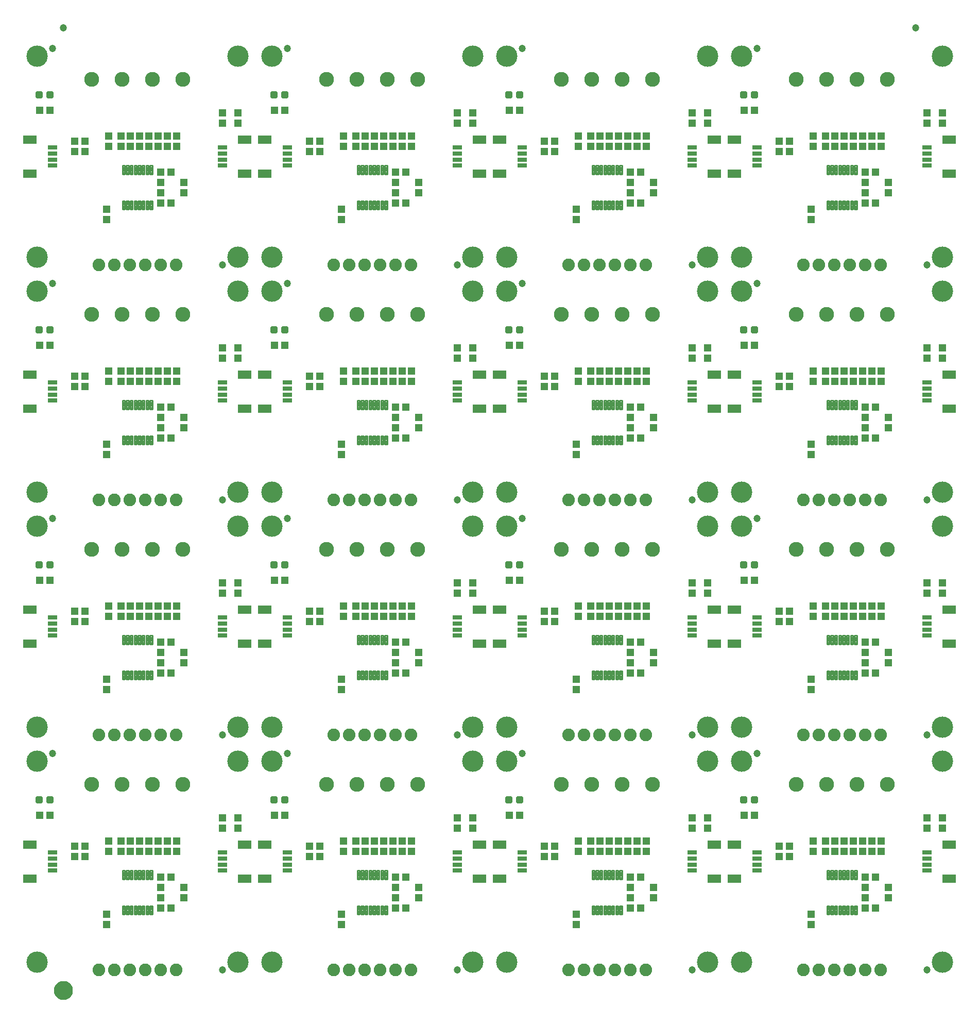
<source format=gts>
G04 EAGLE Gerber RS-274X export*
G75*
%MOMM*%
%FSLAX34Y34*%
%LPD*%
%INSoldermask Top*%
%IPPOS*%
%AMOC8*
5,1,8,0,0,1.08239X$1,22.5*%
G01*
%ADD10C,3.505200*%
%ADD11C,1.203200*%
%ADD12R,2.203200X1.403200*%
%ADD13R,1.553200X0.803200*%
%ADD14C,2.082800*%
%ADD15R,1.203200X1.303200*%
%ADD16C,2.453200*%
%ADD17R,1.303200X1.203200*%
%ADD18C,0.505344*%
%ADD19C,0.293938*%
%ADD20C,1.270000*%
%ADD21C,1.703200*%


D10*
X25400Y25400D03*
X355600Y25400D03*
D11*
X330200Y12700D03*
X50800Y368300D03*
D12*
X14050Y218500D03*
X14050Y162500D03*
D13*
X50800Y205500D03*
X50800Y195500D03*
X50800Y185500D03*
X50800Y175500D03*
D14*
X177800Y12700D03*
X203200Y12700D03*
X228600Y12700D03*
X254000Y12700D03*
D15*
X179070Y207400D03*
X179070Y224400D03*
D12*
X366950Y162500D03*
X366950Y218500D03*
D13*
X330200Y175500D03*
X330200Y185500D03*
X330200Y195500D03*
X330200Y205500D03*
D15*
X355600Y245500D03*
X355600Y262500D03*
X330200Y245500D03*
X330200Y262500D03*
D14*
X152400Y12700D03*
D10*
X355600Y355600D03*
X25400Y355600D03*
D15*
X139700Y103750D03*
X139700Y86750D03*
D16*
X115500Y317500D03*
X165500Y317500D03*
X215500Y317500D03*
X265500Y317500D03*
D17*
X46600Y266700D03*
X29600Y266700D03*
D18*
X32820Y288610D02*
X32820Y295590D01*
X32820Y288610D02*
X25840Y288610D01*
X25840Y295590D01*
X32820Y295590D01*
X32820Y293410D02*
X25840Y293410D01*
X50360Y295590D02*
X50360Y288610D01*
X43380Y288610D01*
X43380Y295590D01*
X50360Y295590D01*
X50360Y293410D02*
X43380Y293410D01*
D19*
X169547Y117747D02*
X169547Y103653D01*
X165953Y103653D01*
X165953Y117747D01*
X169547Y117747D01*
X169547Y106445D02*
X165953Y106445D01*
X165953Y109237D02*
X169547Y109237D01*
X169547Y112029D02*
X165953Y112029D01*
X165953Y114821D02*
X169547Y114821D01*
X169547Y117613D02*
X165953Y117613D01*
X176047Y117747D02*
X176047Y103653D01*
X172453Y103653D01*
X172453Y117747D01*
X176047Y117747D01*
X176047Y106445D02*
X172453Y106445D01*
X172453Y109237D02*
X176047Y109237D01*
X176047Y112029D02*
X172453Y112029D01*
X172453Y114821D02*
X176047Y114821D01*
X176047Y117613D02*
X172453Y117613D01*
X182547Y117747D02*
X182547Y103653D01*
X178953Y103653D01*
X178953Y117747D01*
X182547Y117747D01*
X182547Y106445D02*
X178953Y106445D01*
X178953Y109237D02*
X182547Y109237D01*
X182547Y112029D02*
X178953Y112029D01*
X178953Y114821D02*
X182547Y114821D01*
X182547Y117613D02*
X178953Y117613D01*
X189047Y117747D02*
X189047Y103653D01*
X185453Y103653D01*
X185453Y117747D01*
X189047Y117747D01*
X189047Y106445D02*
X185453Y106445D01*
X185453Y109237D02*
X189047Y109237D01*
X189047Y112029D02*
X185453Y112029D01*
X185453Y114821D02*
X189047Y114821D01*
X189047Y117613D02*
X185453Y117613D01*
X195547Y117747D02*
X195547Y103653D01*
X191953Y103653D01*
X191953Y117747D01*
X195547Y117747D01*
X195547Y106445D02*
X191953Y106445D01*
X191953Y109237D02*
X195547Y109237D01*
X195547Y112029D02*
X191953Y112029D01*
X191953Y114821D02*
X195547Y114821D01*
X195547Y117613D02*
X191953Y117613D01*
X202047Y117747D02*
X202047Y103653D01*
X198453Y103653D01*
X198453Y117747D01*
X202047Y117747D01*
X202047Y106445D02*
X198453Y106445D01*
X198453Y109237D02*
X202047Y109237D01*
X202047Y112029D02*
X198453Y112029D01*
X198453Y114821D02*
X202047Y114821D01*
X202047Y117613D02*
X198453Y117613D01*
X208547Y117747D02*
X208547Y103653D01*
X204953Y103653D01*
X204953Y117747D01*
X208547Y117747D01*
X208547Y106445D02*
X204953Y106445D01*
X204953Y109237D02*
X208547Y109237D01*
X208547Y112029D02*
X204953Y112029D01*
X204953Y114821D02*
X208547Y114821D01*
X208547Y117613D02*
X204953Y117613D01*
X215047Y117747D02*
X215047Y103653D01*
X211453Y103653D01*
X211453Y117747D01*
X215047Y117747D01*
X215047Y106445D02*
X211453Y106445D01*
X211453Y109237D02*
X215047Y109237D01*
X215047Y112029D02*
X211453Y112029D01*
X211453Y114821D02*
X215047Y114821D01*
X215047Y117613D02*
X211453Y117613D01*
X215047Y161653D02*
X215047Y175747D01*
X215047Y161653D02*
X211453Y161653D01*
X211453Y175747D01*
X215047Y175747D01*
X215047Y164445D02*
X211453Y164445D01*
X211453Y167237D02*
X215047Y167237D01*
X215047Y170029D02*
X211453Y170029D01*
X211453Y172821D02*
X215047Y172821D01*
X215047Y175613D02*
X211453Y175613D01*
X208547Y175747D02*
X208547Y161653D01*
X204953Y161653D01*
X204953Y175747D01*
X208547Y175747D01*
X208547Y164445D02*
X204953Y164445D01*
X204953Y167237D02*
X208547Y167237D01*
X208547Y170029D02*
X204953Y170029D01*
X204953Y172821D02*
X208547Y172821D01*
X208547Y175613D02*
X204953Y175613D01*
X202047Y175747D02*
X202047Y161653D01*
X198453Y161653D01*
X198453Y175747D01*
X202047Y175747D01*
X202047Y164445D02*
X198453Y164445D01*
X198453Y167237D02*
X202047Y167237D01*
X202047Y170029D02*
X198453Y170029D01*
X198453Y172821D02*
X202047Y172821D01*
X202047Y175613D02*
X198453Y175613D01*
X195547Y175747D02*
X195547Y161653D01*
X191953Y161653D01*
X191953Y175747D01*
X195547Y175747D01*
X195547Y164445D02*
X191953Y164445D01*
X191953Y167237D02*
X195547Y167237D01*
X195547Y170029D02*
X191953Y170029D01*
X191953Y172821D02*
X195547Y172821D01*
X195547Y175613D02*
X191953Y175613D01*
X189047Y175747D02*
X189047Y161653D01*
X185453Y161653D01*
X185453Y175747D01*
X189047Y175747D01*
X189047Y164445D02*
X185453Y164445D01*
X185453Y167237D02*
X189047Y167237D01*
X189047Y170029D02*
X185453Y170029D01*
X185453Y172821D02*
X189047Y172821D01*
X189047Y175613D02*
X185453Y175613D01*
X182547Y175747D02*
X182547Y161653D01*
X178953Y161653D01*
X178953Y175747D01*
X182547Y175747D01*
X182547Y164445D02*
X178953Y164445D01*
X178953Y167237D02*
X182547Y167237D01*
X182547Y170029D02*
X178953Y170029D01*
X178953Y172821D02*
X182547Y172821D01*
X182547Y175613D02*
X178953Y175613D01*
X176047Y175747D02*
X176047Y161653D01*
X172453Y161653D01*
X172453Y175747D01*
X176047Y175747D01*
X176047Y164445D02*
X172453Y164445D01*
X172453Y167237D02*
X176047Y167237D01*
X176047Y170029D02*
X172453Y170029D01*
X172453Y172821D02*
X176047Y172821D01*
X176047Y175613D02*
X172453Y175613D01*
X169547Y175747D02*
X169547Y161653D01*
X165953Y161653D01*
X165953Y175747D01*
X169547Y175747D01*
X169547Y164445D02*
X165953Y164445D01*
X165953Y167237D02*
X169547Y167237D01*
X169547Y170029D02*
X165953Y170029D01*
X165953Y172821D02*
X169547Y172821D01*
X169547Y175613D02*
X165953Y175613D01*
D15*
X87630Y198510D03*
X87630Y215510D03*
D14*
X127000Y12700D03*
D15*
X163830Y224400D03*
X163830Y207400D03*
X143510Y207400D03*
X143510Y224400D03*
X240030Y224400D03*
X240030Y207400D03*
X209550Y224400D03*
X209550Y207400D03*
D17*
X245990Y165100D03*
X228990Y165100D03*
D15*
X266700Y131200D03*
X266700Y148200D03*
X224790Y207400D03*
X224790Y224400D03*
X255270Y207400D03*
X255270Y224400D03*
X194310Y224400D03*
X194310Y207400D03*
X228600Y148200D03*
X228600Y131200D03*
D17*
X245990Y114300D03*
X228990Y114300D03*
D15*
X104140Y198510D03*
X104140Y215510D03*
D10*
X411480Y25400D03*
X741680Y25400D03*
D11*
X716280Y12700D03*
X436880Y368300D03*
D12*
X400130Y218500D03*
X400130Y162500D03*
D13*
X436880Y205500D03*
X436880Y195500D03*
X436880Y185500D03*
X436880Y175500D03*
D14*
X563880Y12700D03*
X589280Y12700D03*
X614680Y12700D03*
X640080Y12700D03*
D15*
X565150Y207400D03*
X565150Y224400D03*
D12*
X753030Y162500D03*
X753030Y218500D03*
D13*
X716280Y175500D03*
X716280Y185500D03*
X716280Y195500D03*
X716280Y205500D03*
D15*
X741680Y245500D03*
X741680Y262500D03*
X716280Y245500D03*
X716280Y262500D03*
D14*
X538480Y12700D03*
D10*
X741680Y355600D03*
X411480Y355600D03*
D15*
X525780Y103750D03*
X525780Y86750D03*
D16*
X501580Y317500D03*
X551580Y317500D03*
X601580Y317500D03*
X651580Y317500D03*
D17*
X432680Y266700D03*
X415680Y266700D03*
D18*
X418900Y288610D02*
X418900Y295590D01*
X418900Y288610D02*
X411920Y288610D01*
X411920Y295590D01*
X418900Y295590D01*
X418900Y293410D02*
X411920Y293410D01*
X436440Y295590D02*
X436440Y288610D01*
X429460Y288610D01*
X429460Y295590D01*
X436440Y295590D01*
X436440Y293410D02*
X429460Y293410D01*
D19*
X555627Y117747D02*
X555627Y103653D01*
X552033Y103653D01*
X552033Y117747D01*
X555627Y117747D01*
X555627Y106445D02*
X552033Y106445D01*
X552033Y109237D02*
X555627Y109237D01*
X555627Y112029D02*
X552033Y112029D01*
X552033Y114821D02*
X555627Y114821D01*
X555627Y117613D02*
X552033Y117613D01*
X562127Y117747D02*
X562127Y103653D01*
X558533Y103653D01*
X558533Y117747D01*
X562127Y117747D01*
X562127Y106445D02*
X558533Y106445D01*
X558533Y109237D02*
X562127Y109237D01*
X562127Y112029D02*
X558533Y112029D01*
X558533Y114821D02*
X562127Y114821D01*
X562127Y117613D02*
X558533Y117613D01*
X568627Y117747D02*
X568627Y103653D01*
X565033Y103653D01*
X565033Y117747D01*
X568627Y117747D01*
X568627Y106445D02*
X565033Y106445D01*
X565033Y109237D02*
X568627Y109237D01*
X568627Y112029D02*
X565033Y112029D01*
X565033Y114821D02*
X568627Y114821D01*
X568627Y117613D02*
X565033Y117613D01*
X575127Y117747D02*
X575127Y103653D01*
X571533Y103653D01*
X571533Y117747D01*
X575127Y117747D01*
X575127Y106445D02*
X571533Y106445D01*
X571533Y109237D02*
X575127Y109237D01*
X575127Y112029D02*
X571533Y112029D01*
X571533Y114821D02*
X575127Y114821D01*
X575127Y117613D02*
X571533Y117613D01*
X581627Y117747D02*
X581627Y103653D01*
X578033Y103653D01*
X578033Y117747D01*
X581627Y117747D01*
X581627Y106445D02*
X578033Y106445D01*
X578033Y109237D02*
X581627Y109237D01*
X581627Y112029D02*
X578033Y112029D01*
X578033Y114821D02*
X581627Y114821D01*
X581627Y117613D02*
X578033Y117613D01*
X588127Y117747D02*
X588127Y103653D01*
X584533Y103653D01*
X584533Y117747D01*
X588127Y117747D01*
X588127Y106445D02*
X584533Y106445D01*
X584533Y109237D02*
X588127Y109237D01*
X588127Y112029D02*
X584533Y112029D01*
X584533Y114821D02*
X588127Y114821D01*
X588127Y117613D02*
X584533Y117613D01*
X594627Y117747D02*
X594627Y103653D01*
X591033Y103653D01*
X591033Y117747D01*
X594627Y117747D01*
X594627Y106445D02*
X591033Y106445D01*
X591033Y109237D02*
X594627Y109237D01*
X594627Y112029D02*
X591033Y112029D01*
X591033Y114821D02*
X594627Y114821D01*
X594627Y117613D02*
X591033Y117613D01*
X601127Y117747D02*
X601127Y103653D01*
X597533Y103653D01*
X597533Y117747D01*
X601127Y117747D01*
X601127Y106445D02*
X597533Y106445D01*
X597533Y109237D02*
X601127Y109237D01*
X601127Y112029D02*
X597533Y112029D01*
X597533Y114821D02*
X601127Y114821D01*
X601127Y117613D02*
X597533Y117613D01*
X601127Y161653D02*
X601127Y175747D01*
X601127Y161653D02*
X597533Y161653D01*
X597533Y175747D01*
X601127Y175747D01*
X601127Y164445D02*
X597533Y164445D01*
X597533Y167237D02*
X601127Y167237D01*
X601127Y170029D02*
X597533Y170029D01*
X597533Y172821D02*
X601127Y172821D01*
X601127Y175613D02*
X597533Y175613D01*
X594627Y175747D02*
X594627Y161653D01*
X591033Y161653D01*
X591033Y175747D01*
X594627Y175747D01*
X594627Y164445D02*
X591033Y164445D01*
X591033Y167237D02*
X594627Y167237D01*
X594627Y170029D02*
X591033Y170029D01*
X591033Y172821D02*
X594627Y172821D01*
X594627Y175613D02*
X591033Y175613D01*
X588127Y175747D02*
X588127Y161653D01*
X584533Y161653D01*
X584533Y175747D01*
X588127Y175747D01*
X588127Y164445D02*
X584533Y164445D01*
X584533Y167237D02*
X588127Y167237D01*
X588127Y170029D02*
X584533Y170029D01*
X584533Y172821D02*
X588127Y172821D01*
X588127Y175613D02*
X584533Y175613D01*
X581627Y175747D02*
X581627Y161653D01*
X578033Y161653D01*
X578033Y175747D01*
X581627Y175747D01*
X581627Y164445D02*
X578033Y164445D01*
X578033Y167237D02*
X581627Y167237D01*
X581627Y170029D02*
X578033Y170029D01*
X578033Y172821D02*
X581627Y172821D01*
X581627Y175613D02*
X578033Y175613D01*
X575127Y175747D02*
X575127Y161653D01*
X571533Y161653D01*
X571533Y175747D01*
X575127Y175747D01*
X575127Y164445D02*
X571533Y164445D01*
X571533Y167237D02*
X575127Y167237D01*
X575127Y170029D02*
X571533Y170029D01*
X571533Y172821D02*
X575127Y172821D01*
X575127Y175613D02*
X571533Y175613D01*
X568627Y175747D02*
X568627Y161653D01*
X565033Y161653D01*
X565033Y175747D01*
X568627Y175747D01*
X568627Y164445D02*
X565033Y164445D01*
X565033Y167237D02*
X568627Y167237D01*
X568627Y170029D02*
X565033Y170029D01*
X565033Y172821D02*
X568627Y172821D01*
X568627Y175613D02*
X565033Y175613D01*
X562127Y175747D02*
X562127Y161653D01*
X558533Y161653D01*
X558533Y175747D01*
X562127Y175747D01*
X562127Y164445D02*
X558533Y164445D01*
X558533Y167237D02*
X562127Y167237D01*
X562127Y170029D02*
X558533Y170029D01*
X558533Y172821D02*
X562127Y172821D01*
X562127Y175613D02*
X558533Y175613D01*
X555627Y175747D02*
X555627Y161653D01*
X552033Y161653D01*
X552033Y175747D01*
X555627Y175747D01*
X555627Y164445D02*
X552033Y164445D01*
X552033Y167237D02*
X555627Y167237D01*
X555627Y170029D02*
X552033Y170029D01*
X552033Y172821D02*
X555627Y172821D01*
X555627Y175613D02*
X552033Y175613D01*
D15*
X473710Y198510D03*
X473710Y215510D03*
D14*
X513080Y12700D03*
D15*
X549910Y224400D03*
X549910Y207400D03*
X529590Y207400D03*
X529590Y224400D03*
X626110Y224400D03*
X626110Y207400D03*
X595630Y224400D03*
X595630Y207400D03*
D17*
X632070Y165100D03*
X615070Y165100D03*
D15*
X652780Y131200D03*
X652780Y148200D03*
X610870Y207400D03*
X610870Y224400D03*
X641350Y207400D03*
X641350Y224400D03*
X580390Y224400D03*
X580390Y207400D03*
X614680Y148200D03*
X614680Y131200D03*
D17*
X632070Y114300D03*
X615070Y114300D03*
D15*
X490220Y198510D03*
X490220Y215510D03*
D10*
X797560Y25400D03*
X1127760Y25400D03*
D11*
X1102360Y12700D03*
X822960Y368300D03*
D12*
X786210Y218500D03*
X786210Y162500D03*
D13*
X822960Y205500D03*
X822960Y195500D03*
X822960Y185500D03*
X822960Y175500D03*
D14*
X949960Y12700D03*
X975360Y12700D03*
X1000760Y12700D03*
X1026160Y12700D03*
D15*
X951230Y207400D03*
X951230Y224400D03*
D12*
X1139110Y162500D03*
X1139110Y218500D03*
D13*
X1102360Y175500D03*
X1102360Y185500D03*
X1102360Y195500D03*
X1102360Y205500D03*
D15*
X1127760Y245500D03*
X1127760Y262500D03*
X1102360Y245500D03*
X1102360Y262500D03*
D14*
X924560Y12700D03*
D10*
X1127760Y355600D03*
X797560Y355600D03*
D15*
X911860Y103750D03*
X911860Y86750D03*
D16*
X887660Y317500D03*
X937660Y317500D03*
X987660Y317500D03*
X1037660Y317500D03*
D17*
X818760Y266700D03*
X801760Y266700D03*
D18*
X804980Y288610D02*
X804980Y295590D01*
X804980Y288610D02*
X798000Y288610D01*
X798000Y295590D01*
X804980Y295590D01*
X804980Y293410D02*
X798000Y293410D01*
X822520Y295590D02*
X822520Y288610D01*
X815540Y288610D01*
X815540Y295590D01*
X822520Y295590D01*
X822520Y293410D02*
X815540Y293410D01*
D19*
X941707Y117747D02*
X941707Y103653D01*
X938113Y103653D01*
X938113Y117747D01*
X941707Y117747D01*
X941707Y106445D02*
X938113Y106445D01*
X938113Y109237D02*
X941707Y109237D01*
X941707Y112029D02*
X938113Y112029D01*
X938113Y114821D02*
X941707Y114821D01*
X941707Y117613D02*
X938113Y117613D01*
X948207Y117747D02*
X948207Y103653D01*
X944613Y103653D01*
X944613Y117747D01*
X948207Y117747D01*
X948207Y106445D02*
X944613Y106445D01*
X944613Y109237D02*
X948207Y109237D01*
X948207Y112029D02*
X944613Y112029D01*
X944613Y114821D02*
X948207Y114821D01*
X948207Y117613D02*
X944613Y117613D01*
X954707Y117747D02*
X954707Y103653D01*
X951113Y103653D01*
X951113Y117747D01*
X954707Y117747D01*
X954707Y106445D02*
X951113Y106445D01*
X951113Y109237D02*
X954707Y109237D01*
X954707Y112029D02*
X951113Y112029D01*
X951113Y114821D02*
X954707Y114821D01*
X954707Y117613D02*
X951113Y117613D01*
X961207Y117747D02*
X961207Y103653D01*
X957613Y103653D01*
X957613Y117747D01*
X961207Y117747D01*
X961207Y106445D02*
X957613Y106445D01*
X957613Y109237D02*
X961207Y109237D01*
X961207Y112029D02*
X957613Y112029D01*
X957613Y114821D02*
X961207Y114821D01*
X961207Y117613D02*
X957613Y117613D01*
X967707Y117747D02*
X967707Y103653D01*
X964113Y103653D01*
X964113Y117747D01*
X967707Y117747D01*
X967707Y106445D02*
X964113Y106445D01*
X964113Y109237D02*
X967707Y109237D01*
X967707Y112029D02*
X964113Y112029D01*
X964113Y114821D02*
X967707Y114821D01*
X967707Y117613D02*
X964113Y117613D01*
X974207Y117747D02*
X974207Y103653D01*
X970613Y103653D01*
X970613Y117747D01*
X974207Y117747D01*
X974207Y106445D02*
X970613Y106445D01*
X970613Y109237D02*
X974207Y109237D01*
X974207Y112029D02*
X970613Y112029D01*
X970613Y114821D02*
X974207Y114821D01*
X974207Y117613D02*
X970613Y117613D01*
X980707Y117747D02*
X980707Y103653D01*
X977113Y103653D01*
X977113Y117747D01*
X980707Y117747D01*
X980707Y106445D02*
X977113Y106445D01*
X977113Y109237D02*
X980707Y109237D01*
X980707Y112029D02*
X977113Y112029D01*
X977113Y114821D02*
X980707Y114821D01*
X980707Y117613D02*
X977113Y117613D01*
X987207Y117747D02*
X987207Y103653D01*
X983613Y103653D01*
X983613Y117747D01*
X987207Y117747D01*
X987207Y106445D02*
X983613Y106445D01*
X983613Y109237D02*
X987207Y109237D01*
X987207Y112029D02*
X983613Y112029D01*
X983613Y114821D02*
X987207Y114821D01*
X987207Y117613D02*
X983613Y117613D01*
X987207Y161653D02*
X987207Y175747D01*
X987207Y161653D02*
X983613Y161653D01*
X983613Y175747D01*
X987207Y175747D01*
X987207Y164445D02*
X983613Y164445D01*
X983613Y167237D02*
X987207Y167237D01*
X987207Y170029D02*
X983613Y170029D01*
X983613Y172821D02*
X987207Y172821D01*
X987207Y175613D02*
X983613Y175613D01*
X980707Y175747D02*
X980707Y161653D01*
X977113Y161653D01*
X977113Y175747D01*
X980707Y175747D01*
X980707Y164445D02*
X977113Y164445D01*
X977113Y167237D02*
X980707Y167237D01*
X980707Y170029D02*
X977113Y170029D01*
X977113Y172821D02*
X980707Y172821D01*
X980707Y175613D02*
X977113Y175613D01*
X974207Y175747D02*
X974207Y161653D01*
X970613Y161653D01*
X970613Y175747D01*
X974207Y175747D01*
X974207Y164445D02*
X970613Y164445D01*
X970613Y167237D02*
X974207Y167237D01*
X974207Y170029D02*
X970613Y170029D01*
X970613Y172821D02*
X974207Y172821D01*
X974207Y175613D02*
X970613Y175613D01*
X967707Y175747D02*
X967707Y161653D01*
X964113Y161653D01*
X964113Y175747D01*
X967707Y175747D01*
X967707Y164445D02*
X964113Y164445D01*
X964113Y167237D02*
X967707Y167237D01*
X967707Y170029D02*
X964113Y170029D01*
X964113Y172821D02*
X967707Y172821D01*
X967707Y175613D02*
X964113Y175613D01*
X961207Y175747D02*
X961207Y161653D01*
X957613Y161653D01*
X957613Y175747D01*
X961207Y175747D01*
X961207Y164445D02*
X957613Y164445D01*
X957613Y167237D02*
X961207Y167237D01*
X961207Y170029D02*
X957613Y170029D01*
X957613Y172821D02*
X961207Y172821D01*
X961207Y175613D02*
X957613Y175613D01*
X954707Y175747D02*
X954707Y161653D01*
X951113Y161653D01*
X951113Y175747D01*
X954707Y175747D01*
X954707Y164445D02*
X951113Y164445D01*
X951113Y167237D02*
X954707Y167237D01*
X954707Y170029D02*
X951113Y170029D01*
X951113Y172821D02*
X954707Y172821D01*
X954707Y175613D02*
X951113Y175613D01*
X948207Y175747D02*
X948207Y161653D01*
X944613Y161653D01*
X944613Y175747D01*
X948207Y175747D01*
X948207Y164445D02*
X944613Y164445D01*
X944613Y167237D02*
X948207Y167237D01*
X948207Y170029D02*
X944613Y170029D01*
X944613Y172821D02*
X948207Y172821D01*
X948207Y175613D02*
X944613Y175613D01*
X941707Y175747D02*
X941707Y161653D01*
X938113Y161653D01*
X938113Y175747D01*
X941707Y175747D01*
X941707Y164445D02*
X938113Y164445D01*
X938113Y167237D02*
X941707Y167237D01*
X941707Y170029D02*
X938113Y170029D01*
X938113Y172821D02*
X941707Y172821D01*
X941707Y175613D02*
X938113Y175613D01*
D15*
X859790Y198510D03*
X859790Y215510D03*
D14*
X899160Y12700D03*
D15*
X935990Y224400D03*
X935990Y207400D03*
X915670Y207400D03*
X915670Y224400D03*
X1012190Y224400D03*
X1012190Y207400D03*
X981710Y224400D03*
X981710Y207400D03*
D17*
X1018150Y165100D03*
X1001150Y165100D03*
D15*
X1038860Y131200D03*
X1038860Y148200D03*
X996950Y207400D03*
X996950Y224400D03*
X1027430Y207400D03*
X1027430Y224400D03*
X966470Y224400D03*
X966470Y207400D03*
X1000760Y148200D03*
X1000760Y131200D03*
D17*
X1018150Y114300D03*
X1001150Y114300D03*
D15*
X876300Y198510D03*
X876300Y215510D03*
D10*
X1183640Y25400D03*
X1513840Y25400D03*
D11*
X1488440Y12700D03*
X1209040Y368300D03*
D12*
X1172290Y218500D03*
X1172290Y162500D03*
D13*
X1209040Y205500D03*
X1209040Y195500D03*
X1209040Y185500D03*
X1209040Y175500D03*
D14*
X1336040Y12700D03*
X1361440Y12700D03*
X1386840Y12700D03*
X1412240Y12700D03*
D15*
X1337310Y207400D03*
X1337310Y224400D03*
D12*
X1525190Y162500D03*
X1525190Y218500D03*
D13*
X1488440Y175500D03*
X1488440Y185500D03*
X1488440Y195500D03*
X1488440Y205500D03*
D15*
X1513840Y245500D03*
X1513840Y262500D03*
X1488440Y245500D03*
X1488440Y262500D03*
D14*
X1310640Y12700D03*
D10*
X1513840Y355600D03*
X1183640Y355600D03*
D15*
X1297940Y103750D03*
X1297940Y86750D03*
D16*
X1273740Y317500D03*
X1323740Y317500D03*
X1373740Y317500D03*
X1423740Y317500D03*
D17*
X1204840Y266700D03*
X1187840Y266700D03*
D18*
X1191060Y288610D02*
X1191060Y295590D01*
X1191060Y288610D02*
X1184080Y288610D01*
X1184080Y295590D01*
X1191060Y295590D01*
X1191060Y293410D02*
X1184080Y293410D01*
X1208600Y295590D02*
X1208600Y288610D01*
X1201620Y288610D01*
X1201620Y295590D01*
X1208600Y295590D01*
X1208600Y293410D02*
X1201620Y293410D01*
D19*
X1327787Y117747D02*
X1327787Y103653D01*
X1324193Y103653D01*
X1324193Y117747D01*
X1327787Y117747D01*
X1327787Y106445D02*
X1324193Y106445D01*
X1324193Y109237D02*
X1327787Y109237D01*
X1327787Y112029D02*
X1324193Y112029D01*
X1324193Y114821D02*
X1327787Y114821D01*
X1327787Y117613D02*
X1324193Y117613D01*
X1334287Y117747D02*
X1334287Y103653D01*
X1330693Y103653D01*
X1330693Y117747D01*
X1334287Y117747D01*
X1334287Y106445D02*
X1330693Y106445D01*
X1330693Y109237D02*
X1334287Y109237D01*
X1334287Y112029D02*
X1330693Y112029D01*
X1330693Y114821D02*
X1334287Y114821D01*
X1334287Y117613D02*
X1330693Y117613D01*
X1340787Y117747D02*
X1340787Y103653D01*
X1337193Y103653D01*
X1337193Y117747D01*
X1340787Y117747D01*
X1340787Y106445D02*
X1337193Y106445D01*
X1337193Y109237D02*
X1340787Y109237D01*
X1340787Y112029D02*
X1337193Y112029D01*
X1337193Y114821D02*
X1340787Y114821D01*
X1340787Y117613D02*
X1337193Y117613D01*
X1347287Y117747D02*
X1347287Y103653D01*
X1343693Y103653D01*
X1343693Y117747D01*
X1347287Y117747D01*
X1347287Y106445D02*
X1343693Y106445D01*
X1343693Y109237D02*
X1347287Y109237D01*
X1347287Y112029D02*
X1343693Y112029D01*
X1343693Y114821D02*
X1347287Y114821D01*
X1347287Y117613D02*
X1343693Y117613D01*
X1353787Y117747D02*
X1353787Y103653D01*
X1350193Y103653D01*
X1350193Y117747D01*
X1353787Y117747D01*
X1353787Y106445D02*
X1350193Y106445D01*
X1350193Y109237D02*
X1353787Y109237D01*
X1353787Y112029D02*
X1350193Y112029D01*
X1350193Y114821D02*
X1353787Y114821D01*
X1353787Y117613D02*
X1350193Y117613D01*
X1360287Y117747D02*
X1360287Y103653D01*
X1356693Y103653D01*
X1356693Y117747D01*
X1360287Y117747D01*
X1360287Y106445D02*
X1356693Y106445D01*
X1356693Y109237D02*
X1360287Y109237D01*
X1360287Y112029D02*
X1356693Y112029D01*
X1356693Y114821D02*
X1360287Y114821D01*
X1360287Y117613D02*
X1356693Y117613D01*
X1366787Y117747D02*
X1366787Y103653D01*
X1363193Y103653D01*
X1363193Y117747D01*
X1366787Y117747D01*
X1366787Y106445D02*
X1363193Y106445D01*
X1363193Y109237D02*
X1366787Y109237D01*
X1366787Y112029D02*
X1363193Y112029D01*
X1363193Y114821D02*
X1366787Y114821D01*
X1366787Y117613D02*
X1363193Y117613D01*
X1373287Y117747D02*
X1373287Y103653D01*
X1369693Y103653D01*
X1369693Y117747D01*
X1373287Y117747D01*
X1373287Y106445D02*
X1369693Y106445D01*
X1369693Y109237D02*
X1373287Y109237D01*
X1373287Y112029D02*
X1369693Y112029D01*
X1369693Y114821D02*
X1373287Y114821D01*
X1373287Y117613D02*
X1369693Y117613D01*
X1373287Y161653D02*
X1373287Y175747D01*
X1373287Y161653D02*
X1369693Y161653D01*
X1369693Y175747D01*
X1373287Y175747D01*
X1373287Y164445D02*
X1369693Y164445D01*
X1369693Y167237D02*
X1373287Y167237D01*
X1373287Y170029D02*
X1369693Y170029D01*
X1369693Y172821D02*
X1373287Y172821D01*
X1373287Y175613D02*
X1369693Y175613D01*
X1366787Y175747D02*
X1366787Y161653D01*
X1363193Y161653D01*
X1363193Y175747D01*
X1366787Y175747D01*
X1366787Y164445D02*
X1363193Y164445D01*
X1363193Y167237D02*
X1366787Y167237D01*
X1366787Y170029D02*
X1363193Y170029D01*
X1363193Y172821D02*
X1366787Y172821D01*
X1366787Y175613D02*
X1363193Y175613D01*
X1360287Y175747D02*
X1360287Y161653D01*
X1356693Y161653D01*
X1356693Y175747D01*
X1360287Y175747D01*
X1360287Y164445D02*
X1356693Y164445D01*
X1356693Y167237D02*
X1360287Y167237D01*
X1360287Y170029D02*
X1356693Y170029D01*
X1356693Y172821D02*
X1360287Y172821D01*
X1360287Y175613D02*
X1356693Y175613D01*
X1353787Y175747D02*
X1353787Y161653D01*
X1350193Y161653D01*
X1350193Y175747D01*
X1353787Y175747D01*
X1353787Y164445D02*
X1350193Y164445D01*
X1350193Y167237D02*
X1353787Y167237D01*
X1353787Y170029D02*
X1350193Y170029D01*
X1350193Y172821D02*
X1353787Y172821D01*
X1353787Y175613D02*
X1350193Y175613D01*
X1347287Y175747D02*
X1347287Y161653D01*
X1343693Y161653D01*
X1343693Y175747D01*
X1347287Y175747D01*
X1347287Y164445D02*
X1343693Y164445D01*
X1343693Y167237D02*
X1347287Y167237D01*
X1347287Y170029D02*
X1343693Y170029D01*
X1343693Y172821D02*
X1347287Y172821D01*
X1347287Y175613D02*
X1343693Y175613D01*
X1340787Y175747D02*
X1340787Y161653D01*
X1337193Y161653D01*
X1337193Y175747D01*
X1340787Y175747D01*
X1340787Y164445D02*
X1337193Y164445D01*
X1337193Y167237D02*
X1340787Y167237D01*
X1340787Y170029D02*
X1337193Y170029D01*
X1337193Y172821D02*
X1340787Y172821D01*
X1340787Y175613D02*
X1337193Y175613D01*
X1334287Y175747D02*
X1334287Y161653D01*
X1330693Y161653D01*
X1330693Y175747D01*
X1334287Y175747D01*
X1334287Y164445D02*
X1330693Y164445D01*
X1330693Y167237D02*
X1334287Y167237D01*
X1334287Y170029D02*
X1330693Y170029D01*
X1330693Y172821D02*
X1334287Y172821D01*
X1334287Y175613D02*
X1330693Y175613D01*
X1327787Y175747D02*
X1327787Y161653D01*
X1324193Y161653D01*
X1324193Y175747D01*
X1327787Y175747D01*
X1327787Y164445D02*
X1324193Y164445D01*
X1324193Y167237D02*
X1327787Y167237D01*
X1327787Y170029D02*
X1324193Y170029D01*
X1324193Y172821D02*
X1327787Y172821D01*
X1327787Y175613D02*
X1324193Y175613D01*
D15*
X1245870Y198510D03*
X1245870Y215510D03*
D14*
X1285240Y12700D03*
D15*
X1322070Y224400D03*
X1322070Y207400D03*
X1301750Y207400D03*
X1301750Y224400D03*
X1398270Y224400D03*
X1398270Y207400D03*
X1367790Y224400D03*
X1367790Y207400D03*
D17*
X1404230Y165100D03*
X1387230Y165100D03*
D15*
X1424940Y131200D03*
X1424940Y148200D03*
X1383030Y207400D03*
X1383030Y224400D03*
X1413510Y207400D03*
X1413510Y224400D03*
X1352550Y224400D03*
X1352550Y207400D03*
X1386840Y148200D03*
X1386840Y131200D03*
D17*
X1404230Y114300D03*
X1387230Y114300D03*
D15*
X1262380Y198510D03*
X1262380Y215510D03*
D10*
X25400Y411480D03*
X355600Y411480D03*
D11*
X330200Y398780D03*
X50800Y754380D03*
D12*
X14050Y604580D03*
X14050Y548580D03*
D13*
X50800Y591580D03*
X50800Y581580D03*
X50800Y571580D03*
X50800Y561580D03*
D14*
X177800Y398780D03*
X203200Y398780D03*
X228600Y398780D03*
X254000Y398780D03*
D15*
X179070Y593480D03*
X179070Y610480D03*
D12*
X366950Y548580D03*
X366950Y604580D03*
D13*
X330200Y561580D03*
X330200Y571580D03*
X330200Y581580D03*
X330200Y591580D03*
D15*
X355600Y631580D03*
X355600Y648580D03*
X330200Y631580D03*
X330200Y648580D03*
D14*
X152400Y398780D03*
D10*
X355600Y741680D03*
X25400Y741680D03*
D15*
X139700Y489830D03*
X139700Y472830D03*
D16*
X115500Y703580D03*
X165500Y703580D03*
X215500Y703580D03*
X265500Y703580D03*
D17*
X46600Y652780D03*
X29600Y652780D03*
D18*
X32820Y674690D02*
X32820Y681670D01*
X32820Y674690D02*
X25840Y674690D01*
X25840Y681670D01*
X32820Y681670D01*
X32820Y679490D02*
X25840Y679490D01*
X50360Y681670D02*
X50360Y674690D01*
X43380Y674690D01*
X43380Y681670D01*
X50360Y681670D01*
X50360Y679490D02*
X43380Y679490D01*
D19*
X169547Y503827D02*
X169547Y489733D01*
X165953Y489733D01*
X165953Y503827D01*
X169547Y503827D01*
X169547Y492525D02*
X165953Y492525D01*
X165953Y495317D02*
X169547Y495317D01*
X169547Y498109D02*
X165953Y498109D01*
X165953Y500901D02*
X169547Y500901D01*
X169547Y503693D02*
X165953Y503693D01*
X176047Y503827D02*
X176047Y489733D01*
X172453Y489733D01*
X172453Y503827D01*
X176047Y503827D01*
X176047Y492525D02*
X172453Y492525D01*
X172453Y495317D02*
X176047Y495317D01*
X176047Y498109D02*
X172453Y498109D01*
X172453Y500901D02*
X176047Y500901D01*
X176047Y503693D02*
X172453Y503693D01*
X182547Y503827D02*
X182547Y489733D01*
X178953Y489733D01*
X178953Y503827D01*
X182547Y503827D01*
X182547Y492525D02*
X178953Y492525D01*
X178953Y495317D02*
X182547Y495317D01*
X182547Y498109D02*
X178953Y498109D01*
X178953Y500901D02*
X182547Y500901D01*
X182547Y503693D02*
X178953Y503693D01*
X189047Y503827D02*
X189047Y489733D01*
X185453Y489733D01*
X185453Y503827D01*
X189047Y503827D01*
X189047Y492525D02*
X185453Y492525D01*
X185453Y495317D02*
X189047Y495317D01*
X189047Y498109D02*
X185453Y498109D01*
X185453Y500901D02*
X189047Y500901D01*
X189047Y503693D02*
X185453Y503693D01*
X195547Y503827D02*
X195547Y489733D01*
X191953Y489733D01*
X191953Y503827D01*
X195547Y503827D01*
X195547Y492525D02*
X191953Y492525D01*
X191953Y495317D02*
X195547Y495317D01*
X195547Y498109D02*
X191953Y498109D01*
X191953Y500901D02*
X195547Y500901D01*
X195547Y503693D02*
X191953Y503693D01*
X202047Y503827D02*
X202047Y489733D01*
X198453Y489733D01*
X198453Y503827D01*
X202047Y503827D01*
X202047Y492525D02*
X198453Y492525D01*
X198453Y495317D02*
X202047Y495317D01*
X202047Y498109D02*
X198453Y498109D01*
X198453Y500901D02*
X202047Y500901D01*
X202047Y503693D02*
X198453Y503693D01*
X208547Y503827D02*
X208547Y489733D01*
X204953Y489733D01*
X204953Y503827D01*
X208547Y503827D01*
X208547Y492525D02*
X204953Y492525D01*
X204953Y495317D02*
X208547Y495317D01*
X208547Y498109D02*
X204953Y498109D01*
X204953Y500901D02*
X208547Y500901D01*
X208547Y503693D02*
X204953Y503693D01*
X215047Y503827D02*
X215047Y489733D01*
X211453Y489733D01*
X211453Y503827D01*
X215047Y503827D01*
X215047Y492525D02*
X211453Y492525D01*
X211453Y495317D02*
X215047Y495317D01*
X215047Y498109D02*
X211453Y498109D01*
X211453Y500901D02*
X215047Y500901D01*
X215047Y503693D02*
X211453Y503693D01*
X215047Y547733D02*
X215047Y561827D01*
X215047Y547733D02*
X211453Y547733D01*
X211453Y561827D01*
X215047Y561827D01*
X215047Y550525D02*
X211453Y550525D01*
X211453Y553317D02*
X215047Y553317D01*
X215047Y556109D02*
X211453Y556109D01*
X211453Y558901D02*
X215047Y558901D01*
X215047Y561693D02*
X211453Y561693D01*
X208547Y561827D02*
X208547Y547733D01*
X204953Y547733D01*
X204953Y561827D01*
X208547Y561827D01*
X208547Y550525D02*
X204953Y550525D01*
X204953Y553317D02*
X208547Y553317D01*
X208547Y556109D02*
X204953Y556109D01*
X204953Y558901D02*
X208547Y558901D01*
X208547Y561693D02*
X204953Y561693D01*
X202047Y561827D02*
X202047Y547733D01*
X198453Y547733D01*
X198453Y561827D01*
X202047Y561827D01*
X202047Y550525D02*
X198453Y550525D01*
X198453Y553317D02*
X202047Y553317D01*
X202047Y556109D02*
X198453Y556109D01*
X198453Y558901D02*
X202047Y558901D01*
X202047Y561693D02*
X198453Y561693D01*
X195547Y561827D02*
X195547Y547733D01*
X191953Y547733D01*
X191953Y561827D01*
X195547Y561827D01*
X195547Y550525D02*
X191953Y550525D01*
X191953Y553317D02*
X195547Y553317D01*
X195547Y556109D02*
X191953Y556109D01*
X191953Y558901D02*
X195547Y558901D01*
X195547Y561693D02*
X191953Y561693D01*
X189047Y561827D02*
X189047Y547733D01*
X185453Y547733D01*
X185453Y561827D01*
X189047Y561827D01*
X189047Y550525D02*
X185453Y550525D01*
X185453Y553317D02*
X189047Y553317D01*
X189047Y556109D02*
X185453Y556109D01*
X185453Y558901D02*
X189047Y558901D01*
X189047Y561693D02*
X185453Y561693D01*
X182547Y561827D02*
X182547Y547733D01*
X178953Y547733D01*
X178953Y561827D01*
X182547Y561827D01*
X182547Y550525D02*
X178953Y550525D01*
X178953Y553317D02*
X182547Y553317D01*
X182547Y556109D02*
X178953Y556109D01*
X178953Y558901D02*
X182547Y558901D01*
X182547Y561693D02*
X178953Y561693D01*
X176047Y561827D02*
X176047Y547733D01*
X172453Y547733D01*
X172453Y561827D01*
X176047Y561827D01*
X176047Y550525D02*
X172453Y550525D01*
X172453Y553317D02*
X176047Y553317D01*
X176047Y556109D02*
X172453Y556109D01*
X172453Y558901D02*
X176047Y558901D01*
X176047Y561693D02*
X172453Y561693D01*
X169547Y561827D02*
X169547Y547733D01*
X165953Y547733D01*
X165953Y561827D01*
X169547Y561827D01*
X169547Y550525D02*
X165953Y550525D01*
X165953Y553317D02*
X169547Y553317D01*
X169547Y556109D02*
X165953Y556109D01*
X165953Y558901D02*
X169547Y558901D01*
X169547Y561693D02*
X165953Y561693D01*
D15*
X87630Y584590D03*
X87630Y601590D03*
D14*
X127000Y398780D03*
D15*
X163830Y610480D03*
X163830Y593480D03*
X143510Y593480D03*
X143510Y610480D03*
X240030Y610480D03*
X240030Y593480D03*
X209550Y610480D03*
X209550Y593480D03*
D17*
X245990Y551180D03*
X228990Y551180D03*
D15*
X266700Y517280D03*
X266700Y534280D03*
X224790Y593480D03*
X224790Y610480D03*
X255270Y593480D03*
X255270Y610480D03*
X194310Y610480D03*
X194310Y593480D03*
X228600Y534280D03*
X228600Y517280D03*
D17*
X245990Y500380D03*
X228990Y500380D03*
D15*
X104140Y584590D03*
X104140Y601590D03*
D10*
X411480Y411480D03*
X741680Y411480D03*
D11*
X716280Y398780D03*
X436880Y754380D03*
D12*
X400130Y604580D03*
X400130Y548580D03*
D13*
X436880Y591580D03*
X436880Y581580D03*
X436880Y571580D03*
X436880Y561580D03*
D14*
X563880Y398780D03*
X589280Y398780D03*
X614680Y398780D03*
X640080Y398780D03*
D15*
X565150Y593480D03*
X565150Y610480D03*
D12*
X753030Y548580D03*
X753030Y604580D03*
D13*
X716280Y561580D03*
X716280Y571580D03*
X716280Y581580D03*
X716280Y591580D03*
D15*
X741680Y631580D03*
X741680Y648580D03*
X716280Y631580D03*
X716280Y648580D03*
D14*
X538480Y398780D03*
D10*
X741680Y741680D03*
X411480Y741680D03*
D15*
X525780Y489830D03*
X525780Y472830D03*
D16*
X501580Y703580D03*
X551580Y703580D03*
X601580Y703580D03*
X651580Y703580D03*
D17*
X432680Y652780D03*
X415680Y652780D03*
D18*
X418900Y674690D02*
X418900Y681670D01*
X418900Y674690D02*
X411920Y674690D01*
X411920Y681670D01*
X418900Y681670D01*
X418900Y679490D02*
X411920Y679490D01*
X436440Y681670D02*
X436440Y674690D01*
X429460Y674690D01*
X429460Y681670D01*
X436440Y681670D01*
X436440Y679490D02*
X429460Y679490D01*
D19*
X555627Y503827D02*
X555627Y489733D01*
X552033Y489733D01*
X552033Y503827D01*
X555627Y503827D01*
X555627Y492525D02*
X552033Y492525D01*
X552033Y495317D02*
X555627Y495317D01*
X555627Y498109D02*
X552033Y498109D01*
X552033Y500901D02*
X555627Y500901D01*
X555627Y503693D02*
X552033Y503693D01*
X562127Y503827D02*
X562127Y489733D01*
X558533Y489733D01*
X558533Y503827D01*
X562127Y503827D01*
X562127Y492525D02*
X558533Y492525D01*
X558533Y495317D02*
X562127Y495317D01*
X562127Y498109D02*
X558533Y498109D01*
X558533Y500901D02*
X562127Y500901D01*
X562127Y503693D02*
X558533Y503693D01*
X568627Y503827D02*
X568627Y489733D01*
X565033Y489733D01*
X565033Y503827D01*
X568627Y503827D01*
X568627Y492525D02*
X565033Y492525D01*
X565033Y495317D02*
X568627Y495317D01*
X568627Y498109D02*
X565033Y498109D01*
X565033Y500901D02*
X568627Y500901D01*
X568627Y503693D02*
X565033Y503693D01*
X575127Y503827D02*
X575127Y489733D01*
X571533Y489733D01*
X571533Y503827D01*
X575127Y503827D01*
X575127Y492525D02*
X571533Y492525D01*
X571533Y495317D02*
X575127Y495317D01*
X575127Y498109D02*
X571533Y498109D01*
X571533Y500901D02*
X575127Y500901D01*
X575127Y503693D02*
X571533Y503693D01*
X581627Y503827D02*
X581627Y489733D01*
X578033Y489733D01*
X578033Y503827D01*
X581627Y503827D01*
X581627Y492525D02*
X578033Y492525D01*
X578033Y495317D02*
X581627Y495317D01*
X581627Y498109D02*
X578033Y498109D01*
X578033Y500901D02*
X581627Y500901D01*
X581627Y503693D02*
X578033Y503693D01*
X588127Y503827D02*
X588127Y489733D01*
X584533Y489733D01*
X584533Y503827D01*
X588127Y503827D01*
X588127Y492525D02*
X584533Y492525D01*
X584533Y495317D02*
X588127Y495317D01*
X588127Y498109D02*
X584533Y498109D01*
X584533Y500901D02*
X588127Y500901D01*
X588127Y503693D02*
X584533Y503693D01*
X594627Y503827D02*
X594627Y489733D01*
X591033Y489733D01*
X591033Y503827D01*
X594627Y503827D01*
X594627Y492525D02*
X591033Y492525D01*
X591033Y495317D02*
X594627Y495317D01*
X594627Y498109D02*
X591033Y498109D01*
X591033Y500901D02*
X594627Y500901D01*
X594627Y503693D02*
X591033Y503693D01*
X601127Y503827D02*
X601127Y489733D01*
X597533Y489733D01*
X597533Y503827D01*
X601127Y503827D01*
X601127Y492525D02*
X597533Y492525D01*
X597533Y495317D02*
X601127Y495317D01*
X601127Y498109D02*
X597533Y498109D01*
X597533Y500901D02*
X601127Y500901D01*
X601127Y503693D02*
X597533Y503693D01*
X601127Y547733D02*
X601127Y561827D01*
X601127Y547733D02*
X597533Y547733D01*
X597533Y561827D01*
X601127Y561827D01*
X601127Y550525D02*
X597533Y550525D01*
X597533Y553317D02*
X601127Y553317D01*
X601127Y556109D02*
X597533Y556109D01*
X597533Y558901D02*
X601127Y558901D01*
X601127Y561693D02*
X597533Y561693D01*
X594627Y561827D02*
X594627Y547733D01*
X591033Y547733D01*
X591033Y561827D01*
X594627Y561827D01*
X594627Y550525D02*
X591033Y550525D01*
X591033Y553317D02*
X594627Y553317D01*
X594627Y556109D02*
X591033Y556109D01*
X591033Y558901D02*
X594627Y558901D01*
X594627Y561693D02*
X591033Y561693D01*
X588127Y561827D02*
X588127Y547733D01*
X584533Y547733D01*
X584533Y561827D01*
X588127Y561827D01*
X588127Y550525D02*
X584533Y550525D01*
X584533Y553317D02*
X588127Y553317D01*
X588127Y556109D02*
X584533Y556109D01*
X584533Y558901D02*
X588127Y558901D01*
X588127Y561693D02*
X584533Y561693D01*
X581627Y561827D02*
X581627Y547733D01*
X578033Y547733D01*
X578033Y561827D01*
X581627Y561827D01*
X581627Y550525D02*
X578033Y550525D01*
X578033Y553317D02*
X581627Y553317D01*
X581627Y556109D02*
X578033Y556109D01*
X578033Y558901D02*
X581627Y558901D01*
X581627Y561693D02*
X578033Y561693D01*
X575127Y561827D02*
X575127Y547733D01*
X571533Y547733D01*
X571533Y561827D01*
X575127Y561827D01*
X575127Y550525D02*
X571533Y550525D01*
X571533Y553317D02*
X575127Y553317D01*
X575127Y556109D02*
X571533Y556109D01*
X571533Y558901D02*
X575127Y558901D01*
X575127Y561693D02*
X571533Y561693D01*
X568627Y561827D02*
X568627Y547733D01*
X565033Y547733D01*
X565033Y561827D01*
X568627Y561827D01*
X568627Y550525D02*
X565033Y550525D01*
X565033Y553317D02*
X568627Y553317D01*
X568627Y556109D02*
X565033Y556109D01*
X565033Y558901D02*
X568627Y558901D01*
X568627Y561693D02*
X565033Y561693D01*
X562127Y561827D02*
X562127Y547733D01*
X558533Y547733D01*
X558533Y561827D01*
X562127Y561827D01*
X562127Y550525D02*
X558533Y550525D01*
X558533Y553317D02*
X562127Y553317D01*
X562127Y556109D02*
X558533Y556109D01*
X558533Y558901D02*
X562127Y558901D01*
X562127Y561693D02*
X558533Y561693D01*
X555627Y561827D02*
X555627Y547733D01*
X552033Y547733D01*
X552033Y561827D01*
X555627Y561827D01*
X555627Y550525D02*
X552033Y550525D01*
X552033Y553317D02*
X555627Y553317D01*
X555627Y556109D02*
X552033Y556109D01*
X552033Y558901D02*
X555627Y558901D01*
X555627Y561693D02*
X552033Y561693D01*
D15*
X473710Y584590D03*
X473710Y601590D03*
D14*
X513080Y398780D03*
D15*
X549910Y610480D03*
X549910Y593480D03*
X529590Y593480D03*
X529590Y610480D03*
X626110Y610480D03*
X626110Y593480D03*
X595630Y610480D03*
X595630Y593480D03*
D17*
X632070Y551180D03*
X615070Y551180D03*
D15*
X652780Y517280D03*
X652780Y534280D03*
X610870Y593480D03*
X610870Y610480D03*
X641350Y593480D03*
X641350Y610480D03*
X580390Y610480D03*
X580390Y593480D03*
X614680Y534280D03*
X614680Y517280D03*
D17*
X632070Y500380D03*
X615070Y500380D03*
D15*
X490220Y584590D03*
X490220Y601590D03*
D10*
X797560Y411480D03*
X1127760Y411480D03*
D11*
X1102360Y398780D03*
X822960Y754380D03*
D12*
X786210Y604580D03*
X786210Y548580D03*
D13*
X822960Y591580D03*
X822960Y581580D03*
X822960Y571580D03*
X822960Y561580D03*
D14*
X949960Y398780D03*
X975360Y398780D03*
X1000760Y398780D03*
X1026160Y398780D03*
D15*
X951230Y593480D03*
X951230Y610480D03*
D12*
X1139110Y548580D03*
X1139110Y604580D03*
D13*
X1102360Y561580D03*
X1102360Y571580D03*
X1102360Y581580D03*
X1102360Y591580D03*
D15*
X1127760Y631580D03*
X1127760Y648580D03*
X1102360Y631580D03*
X1102360Y648580D03*
D14*
X924560Y398780D03*
D10*
X1127760Y741680D03*
X797560Y741680D03*
D15*
X911860Y489830D03*
X911860Y472830D03*
D16*
X887660Y703580D03*
X937660Y703580D03*
X987660Y703580D03*
X1037660Y703580D03*
D17*
X818760Y652780D03*
X801760Y652780D03*
D18*
X804980Y674690D02*
X804980Y681670D01*
X804980Y674690D02*
X798000Y674690D01*
X798000Y681670D01*
X804980Y681670D01*
X804980Y679490D02*
X798000Y679490D01*
X822520Y681670D02*
X822520Y674690D01*
X815540Y674690D01*
X815540Y681670D01*
X822520Y681670D01*
X822520Y679490D02*
X815540Y679490D01*
D19*
X941707Y503827D02*
X941707Y489733D01*
X938113Y489733D01*
X938113Y503827D01*
X941707Y503827D01*
X941707Y492525D02*
X938113Y492525D01*
X938113Y495317D02*
X941707Y495317D01*
X941707Y498109D02*
X938113Y498109D01*
X938113Y500901D02*
X941707Y500901D01*
X941707Y503693D02*
X938113Y503693D01*
X948207Y503827D02*
X948207Y489733D01*
X944613Y489733D01*
X944613Y503827D01*
X948207Y503827D01*
X948207Y492525D02*
X944613Y492525D01*
X944613Y495317D02*
X948207Y495317D01*
X948207Y498109D02*
X944613Y498109D01*
X944613Y500901D02*
X948207Y500901D01*
X948207Y503693D02*
X944613Y503693D01*
X954707Y503827D02*
X954707Y489733D01*
X951113Y489733D01*
X951113Y503827D01*
X954707Y503827D01*
X954707Y492525D02*
X951113Y492525D01*
X951113Y495317D02*
X954707Y495317D01*
X954707Y498109D02*
X951113Y498109D01*
X951113Y500901D02*
X954707Y500901D01*
X954707Y503693D02*
X951113Y503693D01*
X961207Y503827D02*
X961207Y489733D01*
X957613Y489733D01*
X957613Y503827D01*
X961207Y503827D01*
X961207Y492525D02*
X957613Y492525D01*
X957613Y495317D02*
X961207Y495317D01*
X961207Y498109D02*
X957613Y498109D01*
X957613Y500901D02*
X961207Y500901D01*
X961207Y503693D02*
X957613Y503693D01*
X967707Y503827D02*
X967707Y489733D01*
X964113Y489733D01*
X964113Y503827D01*
X967707Y503827D01*
X967707Y492525D02*
X964113Y492525D01*
X964113Y495317D02*
X967707Y495317D01*
X967707Y498109D02*
X964113Y498109D01*
X964113Y500901D02*
X967707Y500901D01*
X967707Y503693D02*
X964113Y503693D01*
X974207Y503827D02*
X974207Y489733D01*
X970613Y489733D01*
X970613Y503827D01*
X974207Y503827D01*
X974207Y492525D02*
X970613Y492525D01*
X970613Y495317D02*
X974207Y495317D01*
X974207Y498109D02*
X970613Y498109D01*
X970613Y500901D02*
X974207Y500901D01*
X974207Y503693D02*
X970613Y503693D01*
X980707Y503827D02*
X980707Y489733D01*
X977113Y489733D01*
X977113Y503827D01*
X980707Y503827D01*
X980707Y492525D02*
X977113Y492525D01*
X977113Y495317D02*
X980707Y495317D01*
X980707Y498109D02*
X977113Y498109D01*
X977113Y500901D02*
X980707Y500901D01*
X980707Y503693D02*
X977113Y503693D01*
X987207Y503827D02*
X987207Y489733D01*
X983613Y489733D01*
X983613Y503827D01*
X987207Y503827D01*
X987207Y492525D02*
X983613Y492525D01*
X983613Y495317D02*
X987207Y495317D01*
X987207Y498109D02*
X983613Y498109D01*
X983613Y500901D02*
X987207Y500901D01*
X987207Y503693D02*
X983613Y503693D01*
X987207Y547733D02*
X987207Y561827D01*
X987207Y547733D02*
X983613Y547733D01*
X983613Y561827D01*
X987207Y561827D01*
X987207Y550525D02*
X983613Y550525D01*
X983613Y553317D02*
X987207Y553317D01*
X987207Y556109D02*
X983613Y556109D01*
X983613Y558901D02*
X987207Y558901D01*
X987207Y561693D02*
X983613Y561693D01*
X980707Y561827D02*
X980707Y547733D01*
X977113Y547733D01*
X977113Y561827D01*
X980707Y561827D01*
X980707Y550525D02*
X977113Y550525D01*
X977113Y553317D02*
X980707Y553317D01*
X980707Y556109D02*
X977113Y556109D01*
X977113Y558901D02*
X980707Y558901D01*
X980707Y561693D02*
X977113Y561693D01*
X974207Y561827D02*
X974207Y547733D01*
X970613Y547733D01*
X970613Y561827D01*
X974207Y561827D01*
X974207Y550525D02*
X970613Y550525D01*
X970613Y553317D02*
X974207Y553317D01*
X974207Y556109D02*
X970613Y556109D01*
X970613Y558901D02*
X974207Y558901D01*
X974207Y561693D02*
X970613Y561693D01*
X967707Y561827D02*
X967707Y547733D01*
X964113Y547733D01*
X964113Y561827D01*
X967707Y561827D01*
X967707Y550525D02*
X964113Y550525D01*
X964113Y553317D02*
X967707Y553317D01*
X967707Y556109D02*
X964113Y556109D01*
X964113Y558901D02*
X967707Y558901D01*
X967707Y561693D02*
X964113Y561693D01*
X961207Y561827D02*
X961207Y547733D01*
X957613Y547733D01*
X957613Y561827D01*
X961207Y561827D01*
X961207Y550525D02*
X957613Y550525D01*
X957613Y553317D02*
X961207Y553317D01*
X961207Y556109D02*
X957613Y556109D01*
X957613Y558901D02*
X961207Y558901D01*
X961207Y561693D02*
X957613Y561693D01*
X954707Y561827D02*
X954707Y547733D01*
X951113Y547733D01*
X951113Y561827D01*
X954707Y561827D01*
X954707Y550525D02*
X951113Y550525D01*
X951113Y553317D02*
X954707Y553317D01*
X954707Y556109D02*
X951113Y556109D01*
X951113Y558901D02*
X954707Y558901D01*
X954707Y561693D02*
X951113Y561693D01*
X948207Y561827D02*
X948207Y547733D01*
X944613Y547733D01*
X944613Y561827D01*
X948207Y561827D01*
X948207Y550525D02*
X944613Y550525D01*
X944613Y553317D02*
X948207Y553317D01*
X948207Y556109D02*
X944613Y556109D01*
X944613Y558901D02*
X948207Y558901D01*
X948207Y561693D02*
X944613Y561693D01*
X941707Y561827D02*
X941707Y547733D01*
X938113Y547733D01*
X938113Y561827D01*
X941707Y561827D01*
X941707Y550525D02*
X938113Y550525D01*
X938113Y553317D02*
X941707Y553317D01*
X941707Y556109D02*
X938113Y556109D01*
X938113Y558901D02*
X941707Y558901D01*
X941707Y561693D02*
X938113Y561693D01*
D15*
X859790Y584590D03*
X859790Y601590D03*
D14*
X899160Y398780D03*
D15*
X935990Y610480D03*
X935990Y593480D03*
X915670Y593480D03*
X915670Y610480D03*
X1012190Y610480D03*
X1012190Y593480D03*
X981710Y610480D03*
X981710Y593480D03*
D17*
X1018150Y551180D03*
X1001150Y551180D03*
D15*
X1038860Y517280D03*
X1038860Y534280D03*
X996950Y593480D03*
X996950Y610480D03*
X1027430Y593480D03*
X1027430Y610480D03*
X966470Y610480D03*
X966470Y593480D03*
X1000760Y534280D03*
X1000760Y517280D03*
D17*
X1018150Y500380D03*
X1001150Y500380D03*
D15*
X876300Y584590D03*
X876300Y601590D03*
D10*
X1183640Y411480D03*
X1513840Y411480D03*
D11*
X1488440Y398780D03*
X1209040Y754380D03*
D12*
X1172290Y604580D03*
X1172290Y548580D03*
D13*
X1209040Y591580D03*
X1209040Y581580D03*
X1209040Y571580D03*
X1209040Y561580D03*
D14*
X1336040Y398780D03*
X1361440Y398780D03*
X1386840Y398780D03*
X1412240Y398780D03*
D15*
X1337310Y593480D03*
X1337310Y610480D03*
D12*
X1525190Y548580D03*
X1525190Y604580D03*
D13*
X1488440Y561580D03*
X1488440Y571580D03*
X1488440Y581580D03*
X1488440Y591580D03*
D15*
X1513840Y631580D03*
X1513840Y648580D03*
X1488440Y631580D03*
X1488440Y648580D03*
D14*
X1310640Y398780D03*
D10*
X1513840Y741680D03*
X1183640Y741680D03*
D15*
X1297940Y489830D03*
X1297940Y472830D03*
D16*
X1273740Y703580D03*
X1323740Y703580D03*
X1373740Y703580D03*
X1423740Y703580D03*
D17*
X1204840Y652780D03*
X1187840Y652780D03*
D18*
X1191060Y674690D02*
X1191060Y681670D01*
X1191060Y674690D02*
X1184080Y674690D01*
X1184080Y681670D01*
X1191060Y681670D01*
X1191060Y679490D02*
X1184080Y679490D01*
X1208600Y681670D02*
X1208600Y674690D01*
X1201620Y674690D01*
X1201620Y681670D01*
X1208600Y681670D01*
X1208600Y679490D02*
X1201620Y679490D01*
D19*
X1327787Y503827D02*
X1327787Y489733D01*
X1324193Y489733D01*
X1324193Y503827D01*
X1327787Y503827D01*
X1327787Y492525D02*
X1324193Y492525D01*
X1324193Y495317D02*
X1327787Y495317D01*
X1327787Y498109D02*
X1324193Y498109D01*
X1324193Y500901D02*
X1327787Y500901D01*
X1327787Y503693D02*
X1324193Y503693D01*
X1334287Y503827D02*
X1334287Y489733D01*
X1330693Y489733D01*
X1330693Y503827D01*
X1334287Y503827D01*
X1334287Y492525D02*
X1330693Y492525D01*
X1330693Y495317D02*
X1334287Y495317D01*
X1334287Y498109D02*
X1330693Y498109D01*
X1330693Y500901D02*
X1334287Y500901D01*
X1334287Y503693D02*
X1330693Y503693D01*
X1340787Y503827D02*
X1340787Y489733D01*
X1337193Y489733D01*
X1337193Y503827D01*
X1340787Y503827D01*
X1340787Y492525D02*
X1337193Y492525D01*
X1337193Y495317D02*
X1340787Y495317D01*
X1340787Y498109D02*
X1337193Y498109D01*
X1337193Y500901D02*
X1340787Y500901D01*
X1340787Y503693D02*
X1337193Y503693D01*
X1347287Y503827D02*
X1347287Y489733D01*
X1343693Y489733D01*
X1343693Y503827D01*
X1347287Y503827D01*
X1347287Y492525D02*
X1343693Y492525D01*
X1343693Y495317D02*
X1347287Y495317D01*
X1347287Y498109D02*
X1343693Y498109D01*
X1343693Y500901D02*
X1347287Y500901D01*
X1347287Y503693D02*
X1343693Y503693D01*
X1353787Y503827D02*
X1353787Y489733D01*
X1350193Y489733D01*
X1350193Y503827D01*
X1353787Y503827D01*
X1353787Y492525D02*
X1350193Y492525D01*
X1350193Y495317D02*
X1353787Y495317D01*
X1353787Y498109D02*
X1350193Y498109D01*
X1350193Y500901D02*
X1353787Y500901D01*
X1353787Y503693D02*
X1350193Y503693D01*
X1360287Y503827D02*
X1360287Y489733D01*
X1356693Y489733D01*
X1356693Y503827D01*
X1360287Y503827D01*
X1360287Y492525D02*
X1356693Y492525D01*
X1356693Y495317D02*
X1360287Y495317D01*
X1360287Y498109D02*
X1356693Y498109D01*
X1356693Y500901D02*
X1360287Y500901D01*
X1360287Y503693D02*
X1356693Y503693D01*
X1366787Y503827D02*
X1366787Y489733D01*
X1363193Y489733D01*
X1363193Y503827D01*
X1366787Y503827D01*
X1366787Y492525D02*
X1363193Y492525D01*
X1363193Y495317D02*
X1366787Y495317D01*
X1366787Y498109D02*
X1363193Y498109D01*
X1363193Y500901D02*
X1366787Y500901D01*
X1366787Y503693D02*
X1363193Y503693D01*
X1373287Y503827D02*
X1373287Y489733D01*
X1369693Y489733D01*
X1369693Y503827D01*
X1373287Y503827D01*
X1373287Y492525D02*
X1369693Y492525D01*
X1369693Y495317D02*
X1373287Y495317D01*
X1373287Y498109D02*
X1369693Y498109D01*
X1369693Y500901D02*
X1373287Y500901D01*
X1373287Y503693D02*
X1369693Y503693D01*
X1373287Y547733D02*
X1373287Y561827D01*
X1373287Y547733D02*
X1369693Y547733D01*
X1369693Y561827D01*
X1373287Y561827D01*
X1373287Y550525D02*
X1369693Y550525D01*
X1369693Y553317D02*
X1373287Y553317D01*
X1373287Y556109D02*
X1369693Y556109D01*
X1369693Y558901D02*
X1373287Y558901D01*
X1373287Y561693D02*
X1369693Y561693D01*
X1366787Y561827D02*
X1366787Y547733D01*
X1363193Y547733D01*
X1363193Y561827D01*
X1366787Y561827D01*
X1366787Y550525D02*
X1363193Y550525D01*
X1363193Y553317D02*
X1366787Y553317D01*
X1366787Y556109D02*
X1363193Y556109D01*
X1363193Y558901D02*
X1366787Y558901D01*
X1366787Y561693D02*
X1363193Y561693D01*
X1360287Y561827D02*
X1360287Y547733D01*
X1356693Y547733D01*
X1356693Y561827D01*
X1360287Y561827D01*
X1360287Y550525D02*
X1356693Y550525D01*
X1356693Y553317D02*
X1360287Y553317D01*
X1360287Y556109D02*
X1356693Y556109D01*
X1356693Y558901D02*
X1360287Y558901D01*
X1360287Y561693D02*
X1356693Y561693D01*
X1353787Y561827D02*
X1353787Y547733D01*
X1350193Y547733D01*
X1350193Y561827D01*
X1353787Y561827D01*
X1353787Y550525D02*
X1350193Y550525D01*
X1350193Y553317D02*
X1353787Y553317D01*
X1353787Y556109D02*
X1350193Y556109D01*
X1350193Y558901D02*
X1353787Y558901D01*
X1353787Y561693D02*
X1350193Y561693D01*
X1347287Y561827D02*
X1347287Y547733D01*
X1343693Y547733D01*
X1343693Y561827D01*
X1347287Y561827D01*
X1347287Y550525D02*
X1343693Y550525D01*
X1343693Y553317D02*
X1347287Y553317D01*
X1347287Y556109D02*
X1343693Y556109D01*
X1343693Y558901D02*
X1347287Y558901D01*
X1347287Y561693D02*
X1343693Y561693D01*
X1340787Y561827D02*
X1340787Y547733D01*
X1337193Y547733D01*
X1337193Y561827D01*
X1340787Y561827D01*
X1340787Y550525D02*
X1337193Y550525D01*
X1337193Y553317D02*
X1340787Y553317D01*
X1340787Y556109D02*
X1337193Y556109D01*
X1337193Y558901D02*
X1340787Y558901D01*
X1340787Y561693D02*
X1337193Y561693D01*
X1334287Y561827D02*
X1334287Y547733D01*
X1330693Y547733D01*
X1330693Y561827D01*
X1334287Y561827D01*
X1334287Y550525D02*
X1330693Y550525D01*
X1330693Y553317D02*
X1334287Y553317D01*
X1334287Y556109D02*
X1330693Y556109D01*
X1330693Y558901D02*
X1334287Y558901D01*
X1334287Y561693D02*
X1330693Y561693D01*
X1327787Y561827D02*
X1327787Y547733D01*
X1324193Y547733D01*
X1324193Y561827D01*
X1327787Y561827D01*
X1327787Y550525D02*
X1324193Y550525D01*
X1324193Y553317D02*
X1327787Y553317D01*
X1327787Y556109D02*
X1324193Y556109D01*
X1324193Y558901D02*
X1327787Y558901D01*
X1327787Y561693D02*
X1324193Y561693D01*
D15*
X1245870Y584590D03*
X1245870Y601590D03*
D14*
X1285240Y398780D03*
D15*
X1322070Y610480D03*
X1322070Y593480D03*
X1301750Y593480D03*
X1301750Y610480D03*
X1398270Y610480D03*
X1398270Y593480D03*
X1367790Y610480D03*
X1367790Y593480D03*
D17*
X1404230Y551180D03*
X1387230Y551180D03*
D15*
X1424940Y517280D03*
X1424940Y534280D03*
X1383030Y593480D03*
X1383030Y610480D03*
X1413510Y593480D03*
X1413510Y610480D03*
X1352550Y610480D03*
X1352550Y593480D03*
X1386840Y534280D03*
X1386840Y517280D03*
D17*
X1404230Y500380D03*
X1387230Y500380D03*
D15*
X1262380Y584590D03*
X1262380Y601590D03*
D10*
X25400Y797560D03*
X355600Y797560D03*
D11*
X330200Y784860D03*
X50800Y1140460D03*
D12*
X14050Y990660D03*
X14050Y934660D03*
D13*
X50800Y977660D03*
X50800Y967660D03*
X50800Y957660D03*
X50800Y947660D03*
D14*
X177800Y784860D03*
X203200Y784860D03*
X228600Y784860D03*
X254000Y784860D03*
D15*
X179070Y979560D03*
X179070Y996560D03*
D12*
X366950Y934660D03*
X366950Y990660D03*
D13*
X330200Y947660D03*
X330200Y957660D03*
X330200Y967660D03*
X330200Y977660D03*
D15*
X355600Y1017660D03*
X355600Y1034660D03*
X330200Y1017660D03*
X330200Y1034660D03*
D14*
X152400Y784860D03*
D10*
X355600Y1127760D03*
X25400Y1127760D03*
D15*
X139700Y875910D03*
X139700Y858910D03*
D16*
X115500Y1089660D03*
X165500Y1089660D03*
X215500Y1089660D03*
X265500Y1089660D03*
D17*
X46600Y1038860D03*
X29600Y1038860D03*
D18*
X32820Y1060770D02*
X32820Y1067750D01*
X32820Y1060770D02*
X25840Y1060770D01*
X25840Y1067750D01*
X32820Y1067750D01*
X32820Y1065570D02*
X25840Y1065570D01*
X50360Y1067750D02*
X50360Y1060770D01*
X43380Y1060770D01*
X43380Y1067750D01*
X50360Y1067750D01*
X50360Y1065570D02*
X43380Y1065570D01*
D19*
X169547Y889907D02*
X169547Y875813D01*
X165953Y875813D01*
X165953Y889907D01*
X169547Y889907D01*
X169547Y878605D02*
X165953Y878605D01*
X165953Y881397D02*
X169547Y881397D01*
X169547Y884189D02*
X165953Y884189D01*
X165953Y886981D02*
X169547Y886981D01*
X169547Y889773D02*
X165953Y889773D01*
X176047Y889907D02*
X176047Y875813D01*
X172453Y875813D01*
X172453Y889907D01*
X176047Y889907D01*
X176047Y878605D02*
X172453Y878605D01*
X172453Y881397D02*
X176047Y881397D01*
X176047Y884189D02*
X172453Y884189D01*
X172453Y886981D02*
X176047Y886981D01*
X176047Y889773D02*
X172453Y889773D01*
X182547Y889907D02*
X182547Y875813D01*
X178953Y875813D01*
X178953Y889907D01*
X182547Y889907D01*
X182547Y878605D02*
X178953Y878605D01*
X178953Y881397D02*
X182547Y881397D01*
X182547Y884189D02*
X178953Y884189D01*
X178953Y886981D02*
X182547Y886981D01*
X182547Y889773D02*
X178953Y889773D01*
X189047Y889907D02*
X189047Y875813D01*
X185453Y875813D01*
X185453Y889907D01*
X189047Y889907D01*
X189047Y878605D02*
X185453Y878605D01*
X185453Y881397D02*
X189047Y881397D01*
X189047Y884189D02*
X185453Y884189D01*
X185453Y886981D02*
X189047Y886981D01*
X189047Y889773D02*
X185453Y889773D01*
X195547Y889907D02*
X195547Y875813D01*
X191953Y875813D01*
X191953Y889907D01*
X195547Y889907D01*
X195547Y878605D02*
X191953Y878605D01*
X191953Y881397D02*
X195547Y881397D01*
X195547Y884189D02*
X191953Y884189D01*
X191953Y886981D02*
X195547Y886981D01*
X195547Y889773D02*
X191953Y889773D01*
X202047Y889907D02*
X202047Y875813D01*
X198453Y875813D01*
X198453Y889907D01*
X202047Y889907D01*
X202047Y878605D02*
X198453Y878605D01*
X198453Y881397D02*
X202047Y881397D01*
X202047Y884189D02*
X198453Y884189D01*
X198453Y886981D02*
X202047Y886981D01*
X202047Y889773D02*
X198453Y889773D01*
X208547Y889907D02*
X208547Y875813D01*
X204953Y875813D01*
X204953Y889907D01*
X208547Y889907D01*
X208547Y878605D02*
X204953Y878605D01*
X204953Y881397D02*
X208547Y881397D01*
X208547Y884189D02*
X204953Y884189D01*
X204953Y886981D02*
X208547Y886981D01*
X208547Y889773D02*
X204953Y889773D01*
X215047Y889907D02*
X215047Y875813D01*
X211453Y875813D01*
X211453Y889907D01*
X215047Y889907D01*
X215047Y878605D02*
X211453Y878605D01*
X211453Y881397D02*
X215047Y881397D01*
X215047Y884189D02*
X211453Y884189D01*
X211453Y886981D02*
X215047Y886981D01*
X215047Y889773D02*
X211453Y889773D01*
X215047Y933813D02*
X215047Y947907D01*
X215047Y933813D02*
X211453Y933813D01*
X211453Y947907D01*
X215047Y947907D01*
X215047Y936605D02*
X211453Y936605D01*
X211453Y939397D02*
X215047Y939397D01*
X215047Y942189D02*
X211453Y942189D01*
X211453Y944981D02*
X215047Y944981D01*
X215047Y947773D02*
X211453Y947773D01*
X208547Y947907D02*
X208547Y933813D01*
X204953Y933813D01*
X204953Y947907D01*
X208547Y947907D01*
X208547Y936605D02*
X204953Y936605D01*
X204953Y939397D02*
X208547Y939397D01*
X208547Y942189D02*
X204953Y942189D01*
X204953Y944981D02*
X208547Y944981D01*
X208547Y947773D02*
X204953Y947773D01*
X202047Y947907D02*
X202047Y933813D01*
X198453Y933813D01*
X198453Y947907D01*
X202047Y947907D01*
X202047Y936605D02*
X198453Y936605D01*
X198453Y939397D02*
X202047Y939397D01*
X202047Y942189D02*
X198453Y942189D01*
X198453Y944981D02*
X202047Y944981D01*
X202047Y947773D02*
X198453Y947773D01*
X195547Y947907D02*
X195547Y933813D01*
X191953Y933813D01*
X191953Y947907D01*
X195547Y947907D01*
X195547Y936605D02*
X191953Y936605D01*
X191953Y939397D02*
X195547Y939397D01*
X195547Y942189D02*
X191953Y942189D01*
X191953Y944981D02*
X195547Y944981D01*
X195547Y947773D02*
X191953Y947773D01*
X189047Y947907D02*
X189047Y933813D01*
X185453Y933813D01*
X185453Y947907D01*
X189047Y947907D01*
X189047Y936605D02*
X185453Y936605D01*
X185453Y939397D02*
X189047Y939397D01*
X189047Y942189D02*
X185453Y942189D01*
X185453Y944981D02*
X189047Y944981D01*
X189047Y947773D02*
X185453Y947773D01*
X182547Y947907D02*
X182547Y933813D01*
X178953Y933813D01*
X178953Y947907D01*
X182547Y947907D01*
X182547Y936605D02*
X178953Y936605D01*
X178953Y939397D02*
X182547Y939397D01*
X182547Y942189D02*
X178953Y942189D01*
X178953Y944981D02*
X182547Y944981D01*
X182547Y947773D02*
X178953Y947773D01*
X176047Y947907D02*
X176047Y933813D01*
X172453Y933813D01*
X172453Y947907D01*
X176047Y947907D01*
X176047Y936605D02*
X172453Y936605D01*
X172453Y939397D02*
X176047Y939397D01*
X176047Y942189D02*
X172453Y942189D01*
X172453Y944981D02*
X176047Y944981D01*
X176047Y947773D02*
X172453Y947773D01*
X169547Y947907D02*
X169547Y933813D01*
X165953Y933813D01*
X165953Y947907D01*
X169547Y947907D01*
X169547Y936605D02*
X165953Y936605D01*
X165953Y939397D02*
X169547Y939397D01*
X169547Y942189D02*
X165953Y942189D01*
X165953Y944981D02*
X169547Y944981D01*
X169547Y947773D02*
X165953Y947773D01*
D15*
X87630Y970670D03*
X87630Y987670D03*
D14*
X127000Y784860D03*
D15*
X163830Y996560D03*
X163830Y979560D03*
X143510Y979560D03*
X143510Y996560D03*
X240030Y996560D03*
X240030Y979560D03*
X209550Y996560D03*
X209550Y979560D03*
D17*
X245990Y937260D03*
X228990Y937260D03*
D15*
X266700Y903360D03*
X266700Y920360D03*
X224790Y979560D03*
X224790Y996560D03*
X255270Y979560D03*
X255270Y996560D03*
X194310Y996560D03*
X194310Y979560D03*
X228600Y920360D03*
X228600Y903360D03*
D17*
X245990Y886460D03*
X228990Y886460D03*
D15*
X104140Y970670D03*
X104140Y987670D03*
D10*
X411480Y797560D03*
X741680Y797560D03*
D11*
X716280Y784860D03*
X436880Y1140460D03*
D12*
X400130Y990660D03*
X400130Y934660D03*
D13*
X436880Y977660D03*
X436880Y967660D03*
X436880Y957660D03*
X436880Y947660D03*
D14*
X563880Y784860D03*
X589280Y784860D03*
X614680Y784860D03*
X640080Y784860D03*
D15*
X565150Y979560D03*
X565150Y996560D03*
D12*
X753030Y934660D03*
X753030Y990660D03*
D13*
X716280Y947660D03*
X716280Y957660D03*
X716280Y967660D03*
X716280Y977660D03*
D15*
X741680Y1017660D03*
X741680Y1034660D03*
X716280Y1017660D03*
X716280Y1034660D03*
D14*
X538480Y784860D03*
D10*
X741680Y1127760D03*
X411480Y1127760D03*
D15*
X525780Y875910D03*
X525780Y858910D03*
D16*
X501580Y1089660D03*
X551580Y1089660D03*
X601580Y1089660D03*
X651580Y1089660D03*
D17*
X432680Y1038860D03*
X415680Y1038860D03*
D18*
X418900Y1060770D02*
X418900Y1067750D01*
X418900Y1060770D02*
X411920Y1060770D01*
X411920Y1067750D01*
X418900Y1067750D01*
X418900Y1065570D02*
X411920Y1065570D01*
X436440Y1067750D02*
X436440Y1060770D01*
X429460Y1060770D01*
X429460Y1067750D01*
X436440Y1067750D01*
X436440Y1065570D02*
X429460Y1065570D01*
D19*
X555627Y889907D02*
X555627Y875813D01*
X552033Y875813D01*
X552033Y889907D01*
X555627Y889907D01*
X555627Y878605D02*
X552033Y878605D01*
X552033Y881397D02*
X555627Y881397D01*
X555627Y884189D02*
X552033Y884189D01*
X552033Y886981D02*
X555627Y886981D01*
X555627Y889773D02*
X552033Y889773D01*
X562127Y889907D02*
X562127Y875813D01*
X558533Y875813D01*
X558533Y889907D01*
X562127Y889907D01*
X562127Y878605D02*
X558533Y878605D01*
X558533Y881397D02*
X562127Y881397D01*
X562127Y884189D02*
X558533Y884189D01*
X558533Y886981D02*
X562127Y886981D01*
X562127Y889773D02*
X558533Y889773D01*
X568627Y889907D02*
X568627Y875813D01*
X565033Y875813D01*
X565033Y889907D01*
X568627Y889907D01*
X568627Y878605D02*
X565033Y878605D01*
X565033Y881397D02*
X568627Y881397D01*
X568627Y884189D02*
X565033Y884189D01*
X565033Y886981D02*
X568627Y886981D01*
X568627Y889773D02*
X565033Y889773D01*
X575127Y889907D02*
X575127Y875813D01*
X571533Y875813D01*
X571533Y889907D01*
X575127Y889907D01*
X575127Y878605D02*
X571533Y878605D01*
X571533Y881397D02*
X575127Y881397D01*
X575127Y884189D02*
X571533Y884189D01*
X571533Y886981D02*
X575127Y886981D01*
X575127Y889773D02*
X571533Y889773D01*
X581627Y889907D02*
X581627Y875813D01*
X578033Y875813D01*
X578033Y889907D01*
X581627Y889907D01*
X581627Y878605D02*
X578033Y878605D01*
X578033Y881397D02*
X581627Y881397D01*
X581627Y884189D02*
X578033Y884189D01*
X578033Y886981D02*
X581627Y886981D01*
X581627Y889773D02*
X578033Y889773D01*
X588127Y889907D02*
X588127Y875813D01*
X584533Y875813D01*
X584533Y889907D01*
X588127Y889907D01*
X588127Y878605D02*
X584533Y878605D01*
X584533Y881397D02*
X588127Y881397D01*
X588127Y884189D02*
X584533Y884189D01*
X584533Y886981D02*
X588127Y886981D01*
X588127Y889773D02*
X584533Y889773D01*
X594627Y889907D02*
X594627Y875813D01*
X591033Y875813D01*
X591033Y889907D01*
X594627Y889907D01*
X594627Y878605D02*
X591033Y878605D01*
X591033Y881397D02*
X594627Y881397D01*
X594627Y884189D02*
X591033Y884189D01*
X591033Y886981D02*
X594627Y886981D01*
X594627Y889773D02*
X591033Y889773D01*
X601127Y889907D02*
X601127Y875813D01*
X597533Y875813D01*
X597533Y889907D01*
X601127Y889907D01*
X601127Y878605D02*
X597533Y878605D01*
X597533Y881397D02*
X601127Y881397D01*
X601127Y884189D02*
X597533Y884189D01*
X597533Y886981D02*
X601127Y886981D01*
X601127Y889773D02*
X597533Y889773D01*
X601127Y933813D02*
X601127Y947907D01*
X601127Y933813D02*
X597533Y933813D01*
X597533Y947907D01*
X601127Y947907D01*
X601127Y936605D02*
X597533Y936605D01*
X597533Y939397D02*
X601127Y939397D01*
X601127Y942189D02*
X597533Y942189D01*
X597533Y944981D02*
X601127Y944981D01*
X601127Y947773D02*
X597533Y947773D01*
X594627Y947907D02*
X594627Y933813D01*
X591033Y933813D01*
X591033Y947907D01*
X594627Y947907D01*
X594627Y936605D02*
X591033Y936605D01*
X591033Y939397D02*
X594627Y939397D01*
X594627Y942189D02*
X591033Y942189D01*
X591033Y944981D02*
X594627Y944981D01*
X594627Y947773D02*
X591033Y947773D01*
X588127Y947907D02*
X588127Y933813D01*
X584533Y933813D01*
X584533Y947907D01*
X588127Y947907D01*
X588127Y936605D02*
X584533Y936605D01*
X584533Y939397D02*
X588127Y939397D01*
X588127Y942189D02*
X584533Y942189D01*
X584533Y944981D02*
X588127Y944981D01*
X588127Y947773D02*
X584533Y947773D01*
X581627Y947907D02*
X581627Y933813D01*
X578033Y933813D01*
X578033Y947907D01*
X581627Y947907D01*
X581627Y936605D02*
X578033Y936605D01*
X578033Y939397D02*
X581627Y939397D01*
X581627Y942189D02*
X578033Y942189D01*
X578033Y944981D02*
X581627Y944981D01*
X581627Y947773D02*
X578033Y947773D01*
X575127Y947907D02*
X575127Y933813D01*
X571533Y933813D01*
X571533Y947907D01*
X575127Y947907D01*
X575127Y936605D02*
X571533Y936605D01*
X571533Y939397D02*
X575127Y939397D01*
X575127Y942189D02*
X571533Y942189D01*
X571533Y944981D02*
X575127Y944981D01*
X575127Y947773D02*
X571533Y947773D01*
X568627Y947907D02*
X568627Y933813D01*
X565033Y933813D01*
X565033Y947907D01*
X568627Y947907D01*
X568627Y936605D02*
X565033Y936605D01*
X565033Y939397D02*
X568627Y939397D01*
X568627Y942189D02*
X565033Y942189D01*
X565033Y944981D02*
X568627Y944981D01*
X568627Y947773D02*
X565033Y947773D01*
X562127Y947907D02*
X562127Y933813D01*
X558533Y933813D01*
X558533Y947907D01*
X562127Y947907D01*
X562127Y936605D02*
X558533Y936605D01*
X558533Y939397D02*
X562127Y939397D01*
X562127Y942189D02*
X558533Y942189D01*
X558533Y944981D02*
X562127Y944981D01*
X562127Y947773D02*
X558533Y947773D01*
X555627Y947907D02*
X555627Y933813D01*
X552033Y933813D01*
X552033Y947907D01*
X555627Y947907D01*
X555627Y936605D02*
X552033Y936605D01*
X552033Y939397D02*
X555627Y939397D01*
X555627Y942189D02*
X552033Y942189D01*
X552033Y944981D02*
X555627Y944981D01*
X555627Y947773D02*
X552033Y947773D01*
D15*
X473710Y970670D03*
X473710Y987670D03*
D14*
X513080Y784860D03*
D15*
X549910Y996560D03*
X549910Y979560D03*
X529590Y979560D03*
X529590Y996560D03*
X626110Y996560D03*
X626110Y979560D03*
X595630Y996560D03*
X595630Y979560D03*
D17*
X632070Y937260D03*
X615070Y937260D03*
D15*
X652780Y903360D03*
X652780Y920360D03*
X610870Y979560D03*
X610870Y996560D03*
X641350Y979560D03*
X641350Y996560D03*
X580390Y996560D03*
X580390Y979560D03*
X614680Y920360D03*
X614680Y903360D03*
D17*
X632070Y886460D03*
X615070Y886460D03*
D15*
X490220Y970670D03*
X490220Y987670D03*
D10*
X797560Y797560D03*
X1127760Y797560D03*
D11*
X1102360Y784860D03*
X822960Y1140460D03*
D12*
X786210Y990660D03*
X786210Y934660D03*
D13*
X822960Y977660D03*
X822960Y967660D03*
X822960Y957660D03*
X822960Y947660D03*
D14*
X949960Y784860D03*
X975360Y784860D03*
X1000760Y784860D03*
X1026160Y784860D03*
D15*
X951230Y979560D03*
X951230Y996560D03*
D12*
X1139110Y934660D03*
X1139110Y990660D03*
D13*
X1102360Y947660D03*
X1102360Y957660D03*
X1102360Y967660D03*
X1102360Y977660D03*
D15*
X1127760Y1017660D03*
X1127760Y1034660D03*
X1102360Y1017660D03*
X1102360Y1034660D03*
D14*
X924560Y784860D03*
D10*
X1127760Y1127760D03*
X797560Y1127760D03*
D15*
X911860Y875910D03*
X911860Y858910D03*
D16*
X887660Y1089660D03*
X937660Y1089660D03*
X987660Y1089660D03*
X1037660Y1089660D03*
D17*
X818760Y1038860D03*
X801760Y1038860D03*
D18*
X804980Y1060770D02*
X804980Y1067750D01*
X804980Y1060770D02*
X798000Y1060770D01*
X798000Y1067750D01*
X804980Y1067750D01*
X804980Y1065570D02*
X798000Y1065570D01*
X822520Y1067750D02*
X822520Y1060770D01*
X815540Y1060770D01*
X815540Y1067750D01*
X822520Y1067750D01*
X822520Y1065570D02*
X815540Y1065570D01*
D19*
X941707Y889907D02*
X941707Y875813D01*
X938113Y875813D01*
X938113Y889907D01*
X941707Y889907D01*
X941707Y878605D02*
X938113Y878605D01*
X938113Y881397D02*
X941707Y881397D01*
X941707Y884189D02*
X938113Y884189D01*
X938113Y886981D02*
X941707Y886981D01*
X941707Y889773D02*
X938113Y889773D01*
X948207Y889907D02*
X948207Y875813D01*
X944613Y875813D01*
X944613Y889907D01*
X948207Y889907D01*
X948207Y878605D02*
X944613Y878605D01*
X944613Y881397D02*
X948207Y881397D01*
X948207Y884189D02*
X944613Y884189D01*
X944613Y886981D02*
X948207Y886981D01*
X948207Y889773D02*
X944613Y889773D01*
X954707Y889907D02*
X954707Y875813D01*
X951113Y875813D01*
X951113Y889907D01*
X954707Y889907D01*
X954707Y878605D02*
X951113Y878605D01*
X951113Y881397D02*
X954707Y881397D01*
X954707Y884189D02*
X951113Y884189D01*
X951113Y886981D02*
X954707Y886981D01*
X954707Y889773D02*
X951113Y889773D01*
X961207Y889907D02*
X961207Y875813D01*
X957613Y875813D01*
X957613Y889907D01*
X961207Y889907D01*
X961207Y878605D02*
X957613Y878605D01*
X957613Y881397D02*
X961207Y881397D01*
X961207Y884189D02*
X957613Y884189D01*
X957613Y886981D02*
X961207Y886981D01*
X961207Y889773D02*
X957613Y889773D01*
X967707Y889907D02*
X967707Y875813D01*
X964113Y875813D01*
X964113Y889907D01*
X967707Y889907D01*
X967707Y878605D02*
X964113Y878605D01*
X964113Y881397D02*
X967707Y881397D01*
X967707Y884189D02*
X964113Y884189D01*
X964113Y886981D02*
X967707Y886981D01*
X967707Y889773D02*
X964113Y889773D01*
X974207Y889907D02*
X974207Y875813D01*
X970613Y875813D01*
X970613Y889907D01*
X974207Y889907D01*
X974207Y878605D02*
X970613Y878605D01*
X970613Y881397D02*
X974207Y881397D01*
X974207Y884189D02*
X970613Y884189D01*
X970613Y886981D02*
X974207Y886981D01*
X974207Y889773D02*
X970613Y889773D01*
X980707Y889907D02*
X980707Y875813D01*
X977113Y875813D01*
X977113Y889907D01*
X980707Y889907D01*
X980707Y878605D02*
X977113Y878605D01*
X977113Y881397D02*
X980707Y881397D01*
X980707Y884189D02*
X977113Y884189D01*
X977113Y886981D02*
X980707Y886981D01*
X980707Y889773D02*
X977113Y889773D01*
X987207Y889907D02*
X987207Y875813D01*
X983613Y875813D01*
X983613Y889907D01*
X987207Y889907D01*
X987207Y878605D02*
X983613Y878605D01*
X983613Y881397D02*
X987207Y881397D01*
X987207Y884189D02*
X983613Y884189D01*
X983613Y886981D02*
X987207Y886981D01*
X987207Y889773D02*
X983613Y889773D01*
X987207Y933813D02*
X987207Y947907D01*
X987207Y933813D02*
X983613Y933813D01*
X983613Y947907D01*
X987207Y947907D01*
X987207Y936605D02*
X983613Y936605D01*
X983613Y939397D02*
X987207Y939397D01*
X987207Y942189D02*
X983613Y942189D01*
X983613Y944981D02*
X987207Y944981D01*
X987207Y947773D02*
X983613Y947773D01*
X980707Y947907D02*
X980707Y933813D01*
X977113Y933813D01*
X977113Y947907D01*
X980707Y947907D01*
X980707Y936605D02*
X977113Y936605D01*
X977113Y939397D02*
X980707Y939397D01*
X980707Y942189D02*
X977113Y942189D01*
X977113Y944981D02*
X980707Y944981D01*
X980707Y947773D02*
X977113Y947773D01*
X974207Y947907D02*
X974207Y933813D01*
X970613Y933813D01*
X970613Y947907D01*
X974207Y947907D01*
X974207Y936605D02*
X970613Y936605D01*
X970613Y939397D02*
X974207Y939397D01*
X974207Y942189D02*
X970613Y942189D01*
X970613Y944981D02*
X974207Y944981D01*
X974207Y947773D02*
X970613Y947773D01*
X967707Y947907D02*
X967707Y933813D01*
X964113Y933813D01*
X964113Y947907D01*
X967707Y947907D01*
X967707Y936605D02*
X964113Y936605D01*
X964113Y939397D02*
X967707Y939397D01*
X967707Y942189D02*
X964113Y942189D01*
X964113Y944981D02*
X967707Y944981D01*
X967707Y947773D02*
X964113Y947773D01*
X961207Y947907D02*
X961207Y933813D01*
X957613Y933813D01*
X957613Y947907D01*
X961207Y947907D01*
X961207Y936605D02*
X957613Y936605D01*
X957613Y939397D02*
X961207Y939397D01*
X961207Y942189D02*
X957613Y942189D01*
X957613Y944981D02*
X961207Y944981D01*
X961207Y947773D02*
X957613Y947773D01*
X954707Y947907D02*
X954707Y933813D01*
X951113Y933813D01*
X951113Y947907D01*
X954707Y947907D01*
X954707Y936605D02*
X951113Y936605D01*
X951113Y939397D02*
X954707Y939397D01*
X954707Y942189D02*
X951113Y942189D01*
X951113Y944981D02*
X954707Y944981D01*
X954707Y947773D02*
X951113Y947773D01*
X948207Y947907D02*
X948207Y933813D01*
X944613Y933813D01*
X944613Y947907D01*
X948207Y947907D01*
X948207Y936605D02*
X944613Y936605D01*
X944613Y939397D02*
X948207Y939397D01*
X948207Y942189D02*
X944613Y942189D01*
X944613Y944981D02*
X948207Y944981D01*
X948207Y947773D02*
X944613Y947773D01*
X941707Y947907D02*
X941707Y933813D01*
X938113Y933813D01*
X938113Y947907D01*
X941707Y947907D01*
X941707Y936605D02*
X938113Y936605D01*
X938113Y939397D02*
X941707Y939397D01*
X941707Y942189D02*
X938113Y942189D01*
X938113Y944981D02*
X941707Y944981D01*
X941707Y947773D02*
X938113Y947773D01*
D15*
X859790Y970670D03*
X859790Y987670D03*
D14*
X899160Y784860D03*
D15*
X935990Y996560D03*
X935990Y979560D03*
X915670Y979560D03*
X915670Y996560D03*
X1012190Y996560D03*
X1012190Y979560D03*
X981710Y996560D03*
X981710Y979560D03*
D17*
X1018150Y937260D03*
X1001150Y937260D03*
D15*
X1038860Y903360D03*
X1038860Y920360D03*
X996950Y979560D03*
X996950Y996560D03*
X1027430Y979560D03*
X1027430Y996560D03*
X966470Y996560D03*
X966470Y979560D03*
X1000760Y920360D03*
X1000760Y903360D03*
D17*
X1018150Y886460D03*
X1001150Y886460D03*
D15*
X876300Y970670D03*
X876300Y987670D03*
D10*
X1183640Y797560D03*
X1513840Y797560D03*
D11*
X1488440Y784860D03*
X1209040Y1140460D03*
D12*
X1172290Y990660D03*
X1172290Y934660D03*
D13*
X1209040Y977660D03*
X1209040Y967660D03*
X1209040Y957660D03*
X1209040Y947660D03*
D14*
X1336040Y784860D03*
X1361440Y784860D03*
X1386840Y784860D03*
X1412240Y784860D03*
D15*
X1337310Y979560D03*
X1337310Y996560D03*
D12*
X1525190Y934660D03*
X1525190Y990660D03*
D13*
X1488440Y947660D03*
X1488440Y957660D03*
X1488440Y967660D03*
X1488440Y977660D03*
D15*
X1513840Y1017660D03*
X1513840Y1034660D03*
X1488440Y1017660D03*
X1488440Y1034660D03*
D14*
X1310640Y784860D03*
D10*
X1513840Y1127760D03*
X1183640Y1127760D03*
D15*
X1297940Y875910D03*
X1297940Y858910D03*
D16*
X1273740Y1089660D03*
X1323740Y1089660D03*
X1373740Y1089660D03*
X1423740Y1089660D03*
D17*
X1204840Y1038860D03*
X1187840Y1038860D03*
D18*
X1191060Y1060770D02*
X1191060Y1067750D01*
X1191060Y1060770D02*
X1184080Y1060770D01*
X1184080Y1067750D01*
X1191060Y1067750D01*
X1191060Y1065570D02*
X1184080Y1065570D01*
X1208600Y1067750D02*
X1208600Y1060770D01*
X1201620Y1060770D01*
X1201620Y1067750D01*
X1208600Y1067750D01*
X1208600Y1065570D02*
X1201620Y1065570D01*
D19*
X1327787Y889907D02*
X1327787Y875813D01*
X1324193Y875813D01*
X1324193Y889907D01*
X1327787Y889907D01*
X1327787Y878605D02*
X1324193Y878605D01*
X1324193Y881397D02*
X1327787Y881397D01*
X1327787Y884189D02*
X1324193Y884189D01*
X1324193Y886981D02*
X1327787Y886981D01*
X1327787Y889773D02*
X1324193Y889773D01*
X1334287Y889907D02*
X1334287Y875813D01*
X1330693Y875813D01*
X1330693Y889907D01*
X1334287Y889907D01*
X1334287Y878605D02*
X1330693Y878605D01*
X1330693Y881397D02*
X1334287Y881397D01*
X1334287Y884189D02*
X1330693Y884189D01*
X1330693Y886981D02*
X1334287Y886981D01*
X1334287Y889773D02*
X1330693Y889773D01*
X1340787Y889907D02*
X1340787Y875813D01*
X1337193Y875813D01*
X1337193Y889907D01*
X1340787Y889907D01*
X1340787Y878605D02*
X1337193Y878605D01*
X1337193Y881397D02*
X1340787Y881397D01*
X1340787Y884189D02*
X1337193Y884189D01*
X1337193Y886981D02*
X1340787Y886981D01*
X1340787Y889773D02*
X1337193Y889773D01*
X1347287Y889907D02*
X1347287Y875813D01*
X1343693Y875813D01*
X1343693Y889907D01*
X1347287Y889907D01*
X1347287Y878605D02*
X1343693Y878605D01*
X1343693Y881397D02*
X1347287Y881397D01*
X1347287Y884189D02*
X1343693Y884189D01*
X1343693Y886981D02*
X1347287Y886981D01*
X1347287Y889773D02*
X1343693Y889773D01*
X1353787Y889907D02*
X1353787Y875813D01*
X1350193Y875813D01*
X1350193Y889907D01*
X1353787Y889907D01*
X1353787Y878605D02*
X1350193Y878605D01*
X1350193Y881397D02*
X1353787Y881397D01*
X1353787Y884189D02*
X1350193Y884189D01*
X1350193Y886981D02*
X1353787Y886981D01*
X1353787Y889773D02*
X1350193Y889773D01*
X1360287Y889907D02*
X1360287Y875813D01*
X1356693Y875813D01*
X1356693Y889907D01*
X1360287Y889907D01*
X1360287Y878605D02*
X1356693Y878605D01*
X1356693Y881397D02*
X1360287Y881397D01*
X1360287Y884189D02*
X1356693Y884189D01*
X1356693Y886981D02*
X1360287Y886981D01*
X1360287Y889773D02*
X1356693Y889773D01*
X1366787Y889907D02*
X1366787Y875813D01*
X1363193Y875813D01*
X1363193Y889907D01*
X1366787Y889907D01*
X1366787Y878605D02*
X1363193Y878605D01*
X1363193Y881397D02*
X1366787Y881397D01*
X1366787Y884189D02*
X1363193Y884189D01*
X1363193Y886981D02*
X1366787Y886981D01*
X1366787Y889773D02*
X1363193Y889773D01*
X1373287Y889907D02*
X1373287Y875813D01*
X1369693Y875813D01*
X1369693Y889907D01*
X1373287Y889907D01*
X1373287Y878605D02*
X1369693Y878605D01*
X1369693Y881397D02*
X1373287Y881397D01*
X1373287Y884189D02*
X1369693Y884189D01*
X1369693Y886981D02*
X1373287Y886981D01*
X1373287Y889773D02*
X1369693Y889773D01*
X1373287Y933813D02*
X1373287Y947907D01*
X1373287Y933813D02*
X1369693Y933813D01*
X1369693Y947907D01*
X1373287Y947907D01*
X1373287Y936605D02*
X1369693Y936605D01*
X1369693Y939397D02*
X1373287Y939397D01*
X1373287Y942189D02*
X1369693Y942189D01*
X1369693Y944981D02*
X1373287Y944981D01*
X1373287Y947773D02*
X1369693Y947773D01*
X1366787Y947907D02*
X1366787Y933813D01*
X1363193Y933813D01*
X1363193Y947907D01*
X1366787Y947907D01*
X1366787Y936605D02*
X1363193Y936605D01*
X1363193Y939397D02*
X1366787Y939397D01*
X1366787Y942189D02*
X1363193Y942189D01*
X1363193Y944981D02*
X1366787Y944981D01*
X1366787Y947773D02*
X1363193Y947773D01*
X1360287Y947907D02*
X1360287Y933813D01*
X1356693Y933813D01*
X1356693Y947907D01*
X1360287Y947907D01*
X1360287Y936605D02*
X1356693Y936605D01*
X1356693Y939397D02*
X1360287Y939397D01*
X1360287Y942189D02*
X1356693Y942189D01*
X1356693Y944981D02*
X1360287Y944981D01*
X1360287Y947773D02*
X1356693Y947773D01*
X1353787Y947907D02*
X1353787Y933813D01*
X1350193Y933813D01*
X1350193Y947907D01*
X1353787Y947907D01*
X1353787Y936605D02*
X1350193Y936605D01*
X1350193Y939397D02*
X1353787Y939397D01*
X1353787Y942189D02*
X1350193Y942189D01*
X1350193Y944981D02*
X1353787Y944981D01*
X1353787Y947773D02*
X1350193Y947773D01*
X1347287Y947907D02*
X1347287Y933813D01*
X1343693Y933813D01*
X1343693Y947907D01*
X1347287Y947907D01*
X1347287Y936605D02*
X1343693Y936605D01*
X1343693Y939397D02*
X1347287Y939397D01*
X1347287Y942189D02*
X1343693Y942189D01*
X1343693Y944981D02*
X1347287Y944981D01*
X1347287Y947773D02*
X1343693Y947773D01*
X1340787Y947907D02*
X1340787Y933813D01*
X1337193Y933813D01*
X1337193Y947907D01*
X1340787Y947907D01*
X1340787Y936605D02*
X1337193Y936605D01*
X1337193Y939397D02*
X1340787Y939397D01*
X1340787Y942189D02*
X1337193Y942189D01*
X1337193Y944981D02*
X1340787Y944981D01*
X1340787Y947773D02*
X1337193Y947773D01*
X1334287Y947907D02*
X1334287Y933813D01*
X1330693Y933813D01*
X1330693Y947907D01*
X1334287Y947907D01*
X1334287Y936605D02*
X1330693Y936605D01*
X1330693Y939397D02*
X1334287Y939397D01*
X1334287Y942189D02*
X1330693Y942189D01*
X1330693Y944981D02*
X1334287Y944981D01*
X1334287Y947773D02*
X1330693Y947773D01*
X1327787Y947907D02*
X1327787Y933813D01*
X1324193Y933813D01*
X1324193Y947907D01*
X1327787Y947907D01*
X1327787Y936605D02*
X1324193Y936605D01*
X1324193Y939397D02*
X1327787Y939397D01*
X1327787Y942189D02*
X1324193Y942189D01*
X1324193Y944981D02*
X1327787Y944981D01*
X1327787Y947773D02*
X1324193Y947773D01*
D15*
X1245870Y970670D03*
X1245870Y987670D03*
D14*
X1285240Y784860D03*
D15*
X1322070Y996560D03*
X1322070Y979560D03*
X1301750Y979560D03*
X1301750Y996560D03*
X1398270Y996560D03*
X1398270Y979560D03*
X1367790Y996560D03*
X1367790Y979560D03*
D17*
X1404230Y937260D03*
X1387230Y937260D03*
D15*
X1424940Y903360D03*
X1424940Y920360D03*
X1383030Y979560D03*
X1383030Y996560D03*
X1413510Y979560D03*
X1413510Y996560D03*
X1352550Y996560D03*
X1352550Y979560D03*
X1386840Y920360D03*
X1386840Y903360D03*
D17*
X1404230Y886460D03*
X1387230Y886460D03*
D15*
X1262380Y970670D03*
X1262380Y987670D03*
D10*
X25400Y1183640D03*
X355600Y1183640D03*
D11*
X330200Y1170940D03*
X50800Y1526540D03*
D12*
X14050Y1376740D03*
X14050Y1320740D03*
D13*
X50800Y1363740D03*
X50800Y1353740D03*
X50800Y1343740D03*
X50800Y1333740D03*
D14*
X177800Y1170940D03*
X203200Y1170940D03*
X228600Y1170940D03*
X254000Y1170940D03*
D15*
X179070Y1365640D03*
X179070Y1382640D03*
D12*
X366950Y1320740D03*
X366950Y1376740D03*
D13*
X330200Y1333740D03*
X330200Y1343740D03*
X330200Y1353740D03*
X330200Y1363740D03*
D15*
X355600Y1403740D03*
X355600Y1420740D03*
X330200Y1403740D03*
X330200Y1420740D03*
D14*
X152400Y1170940D03*
D10*
X355600Y1513840D03*
X25400Y1513840D03*
D15*
X139700Y1261990D03*
X139700Y1244990D03*
D16*
X115500Y1475740D03*
X165500Y1475740D03*
X215500Y1475740D03*
X265500Y1475740D03*
D17*
X46600Y1424940D03*
X29600Y1424940D03*
D18*
X32820Y1446850D02*
X32820Y1453830D01*
X32820Y1446850D02*
X25840Y1446850D01*
X25840Y1453830D01*
X32820Y1453830D01*
X32820Y1451650D02*
X25840Y1451650D01*
X50360Y1453830D02*
X50360Y1446850D01*
X43380Y1446850D01*
X43380Y1453830D01*
X50360Y1453830D01*
X50360Y1451650D02*
X43380Y1451650D01*
D19*
X169547Y1275987D02*
X169547Y1261893D01*
X165953Y1261893D01*
X165953Y1275987D01*
X169547Y1275987D01*
X169547Y1264685D02*
X165953Y1264685D01*
X165953Y1267477D02*
X169547Y1267477D01*
X169547Y1270269D02*
X165953Y1270269D01*
X165953Y1273061D02*
X169547Y1273061D01*
X169547Y1275853D02*
X165953Y1275853D01*
X176047Y1275987D02*
X176047Y1261893D01*
X172453Y1261893D01*
X172453Y1275987D01*
X176047Y1275987D01*
X176047Y1264685D02*
X172453Y1264685D01*
X172453Y1267477D02*
X176047Y1267477D01*
X176047Y1270269D02*
X172453Y1270269D01*
X172453Y1273061D02*
X176047Y1273061D01*
X176047Y1275853D02*
X172453Y1275853D01*
X182547Y1275987D02*
X182547Y1261893D01*
X178953Y1261893D01*
X178953Y1275987D01*
X182547Y1275987D01*
X182547Y1264685D02*
X178953Y1264685D01*
X178953Y1267477D02*
X182547Y1267477D01*
X182547Y1270269D02*
X178953Y1270269D01*
X178953Y1273061D02*
X182547Y1273061D01*
X182547Y1275853D02*
X178953Y1275853D01*
X189047Y1275987D02*
X189047Y1261893D01*
X185453Y1261893D01*
X185453Y1275987D01*
X189047Y1275987D01*
X189047Y1264685D02*
X185453Y1264685D01*
X185453Y1267477D02*
X189047Y1267477D01*
X189047Y1270269D02*
X185453Y1270269D01*
X185453Y1273061D02*
X189047Y1273061D01*
X189047Y1275853D02*
X185453Y1275853D01*
X195547Y1275987D02*
X195547Y1261893D01*
X191953Y1261893D01*
X191953Y1275987D01*
X195547Y1275987D01*
X195547Y1264685D02*
X191953Y1264685D01*
X191953Y1267477D02*
X195547Y1267477D01*
X195547Y1270269D02*
X191953Y1270269D01*
X191953Y1273061D02*
X195547Y1273061D01*
X195547Y1275853D02*
X191953Y1275853D01*
X202047Y1275987D02*
X202047Y1261893D01*
X198453Y1261893D01*
X198453Y1275987D01*
X202047Y1275987D01*
X202047Y1264685D02*
X198453Y1264685D01*
X198453Y1267477D02*
X202047Y1267477D01*
X202047Y1270269D02*
X198453Y1270269D01*
X198453Y1273061D02*
X202047Y1273061D01*
X202047Y1275853D02*
X198453Y1275853D01*
X208547Y1275987D02*
X208547Y1261893D01*
X204953Y1261893D01*
X204953Y1275987D01*
X208547Y1275987D01*
X208547Y1264685D02*
X204953Y1264685D01*
X204953Y1267477D02*
X208547Y1267477D01*
X208547Y1270269D02*
X204953Y1270269D01*
X204953Y1273061D02*
X208547Y1273061D01*
X208547Y1275853D02*
X204953Y1275853D01*
X215047Y1275987D02*
X215047Y1261893D01*
X211453Y1261893D01*
X211453Y1275987D01*
X215047Y1275987D01*
X215047Y1264685D02*
X211453Y1264685D01*
X211453Y1267477D02*
X215047Y1267477D01*
X215047Y1270269D02*
X211453Y1270269D01*
X211453Y1273061D02*
X215047Y1273061D01*
X215047Y1275853D02*
X211453Y1275853D01*
X215047Y1319893D02*
X215047Y1333987D01*
X215047Y1319893D02*
X211453Y1319893D01*
X211453Y1333987D01*
X215047Y1333987D01*
X215047Y1322685D02*
X211453Y1322685D01*
X211453Y1325477D02*
X215047Y1325477D01*
X215047Y1328269D02*
X211453Y1328269D01*
X211453Y1331061D02*
X215047Y1331061D01*
X215047Y1333853D02*
X211453Y1333853D01*
X208547Y1333987D02*
X208547Y1319893D01*
X204953Y1319893D01*
X204953Y1333987D01*
X208547Y1333987D01*
X208547Y1322685D02*
X204953Y1322685D01*
X204953Y1325477D02*
X208547Y1325477D01*
X208547Y1328269D02*
X204953Y1328269D01*
X204953Y1331061D02*
X208547Y1331061D01*
X208547Y1333853D02*
X204953Y1333853D01*
X202047Y1333987D02*
X202047Y1319893D01*
X198453Y1319893D01*
X198453Y1333987D01*
X202047Y1333987D01*
X202047Y1322685D02*
X198453Y1322685D01*
X198453Y1325477D02*
X202047Y1325477D01*
X202047Y1328269D02*
X198453Y1328269D01*
X198453Y1331061D02*
X202047Y1331061D01*
X202047Y1333853D02*
X198453Y1333853D01*
X195547Y1333987D02*
X195547Y1319893D01*
X191953Y1319893D01*
X191953Y1333987D01*
X195547Y1333987D01*
X195547Y1322685D02*
X191953Y1322685D01*
X191953Y1325477D02*
X195547Y1325477D01*
X195547Y1328269D02*
X191953Y1328269D01*
X191953Y1331061D02*
X195547Y1331061D01*
X195547Y1333853D02*
X191953Y1333853D01*
X189047Y1333987D02*
X189047Y1319893D01*
X185453Y1319893D01*
X185453Y1333987D01*
X189047Y1333987D01*
X189047Y1322685D02*
X185453Y1322685D01*
X185453Y1325477D02*
X189047Y1325477D01*
X189047Y1328269D02*
X185453Y1328269D01*
X185453Y1331061D02*
X189047Y1331061D01*
X189047Y1333853D02*
X185453Y1333853D01*
X182547Y1333987D02*
X182547Y1319893D01*
X178953Y1319893D01*
X178953Y1333987D01*
X182547Y1333987D01*
X182547Y1322685D02*
X178953Y1322685D01*
X178953Y1325477D02*
X182547Y1325477D01*
X182547Y1328269D02*
X178953Y1328269D01*
X178953Y1331061D02*
X182547Y1331061D01*
X182547Y1333853D02*
X178953Y1333853D01*
X176047Y1333987D02*
X176047Y1319893D01*
X172453Y1319893D01*
X172453Y1333987D01*
X176047Y1333987D01*
X176047Y1322685D02*
X172453Y1322685D01*
X172453Y1325477D02*
X176047Y1325477D01*
X176047Y1328269D02*
X172453Y1328269D01*
X172453Y1331061D02*
X176047Y1331061D01*
X176047Y1333853D02*
X172453Y1333853D01*
X169547Y1333987D02*
X169547Y1319893D01*
X165953Y1319893D01*
X165953Y1333987D01*
X169547Y1333987D01*
X169547Y1322685D02*
X165953Y1322685D01*
X165953Y1325477D02*
X169547Y1325477D01*
X169547Y1328269D02*
X165953Y1328269D01*
X165953Y1331061D02*
X169547Y1331061D01*
X169547Y1333853D02*
X165953Y1333853D01*
D15*
X87630Y1356750D03*
X87630Y1373750D03*
D14*
X127000Y1170940D03*
D15*
X163830Y1382640D03*
X163830Y1365640D03*
X143510Y1365640D03*
X143510Y1382640D03*
X240030Y1382640D03*
X240030Y1365640D03*
X209550Y1382640D03*
X209550Y1365640D03*
D17*
X245990Y1323340D03*
X228990Y1323340D03*
D15*
X266700Y1289440D03*
X266700Y1306440D03*
X224790Y1365640D03*
X224790Y1382640D03*
X255270Y1365640D03*
X255270Y1382640D03*
X194310Y1382640D03*
X194310Y1365640D03*
X228600Y1306440D03*
X228600Y1289440D03*
D17*
X245990Y1272540D03*
X228990Y1272540D03*
D15*
X104140Y1356750D03*
X104140Y1373750D03*
D10*
X411480Y1183640D03*
X741680Y1183640D03*
D11*
X716280Y1170940D03*
X436880Y1526540D03*
D12*
X400130Y1376740D03*
X400130Y1320740D03*
D13*
X436880Y1363740D03*
X436880Y1353740D03*
X436880Y1343740D03*
X436880Y1333740D03*
D14*
X563880Y1170940D03*
X589280Y1170940D03*
X614680Y1170940D03*
X640080Y1170940D03*
D15*
X565150Y1365640D03*
X565150Y1382640D03*
D12*
X753030Y1320740D03*
X753030Y1376740D03*
D13*
X716280Y1333740D03*
X716280Y1343740D03*
X716280Y1353740D03*
X716280Y1363740D03*
D15*
X741680Y1403740D03*
X741680Y1420740D03*
X716280Y1403740D03*
X716280Y1420740D03*
D14*
X538480Y1170940D03*
D10*
X741680Y1513840D03*
X411480Y1513840D03*
D15*
X525780Y1261990D03*
X525780Y1244990D03*
D16*
X501580Y1475740D03*
X551580Y1475740D03*
X601580Y1475740D03*
X651580Y1475740D03*
D17*
X432680Y1424940D03*
X415680Y1424940D03*
D18*
X418900Y1446850D02*
X418900Y1453830D01*
X418900Y1446850D02*
X411920Y1446850D01*
X411920Y1453830D01*
X418900Y1453830D01*
X418900Y1451650D02*
X411920Y1451650D01*
X436440Y1453830D02*
X436440Y1446850D01*
X429460Y1446850D01*
X429460Y1453830D01*
X436440Y1453830D01*
X436440Y1451650D02*
X429460Y1451650D01*
D19*
X555627Y1275987D02*
X555627Y1261893D01*
X552033Y1261893D01*
X552033Y1275987D01*
X555627Y1275987D01*
X555627Y1264685D02*
X552033Y1264685D01*
X552033Y1267477D02*
X555627Y1267477D01*
X555627Y1270269D02*
X552033Y1270269D01*
X552033Y1273061D02*
X555627Y1273061D01*
X555627Y1275853D02*
X552033Y1275853D01*
X562127Y1275987D02*
X562127Y1261893D01*
X558533Y1261893D01*
X558533Y1275987D01*
X562127Y1275987D01*
X562127Y1264685D02*
X558533Y1264685D01*
X558533Y1267477D02*
X562127Y1267477D01*
X562127Y1270269D02*
X558533Y1270269D01*
X558533Y1273061D02*
X562127Y1273061D01*
X562127Y1275853D02*
X558533Y1275853D01*
X568627Y1275987D02*
X568627Y1261893D01*
X565033Y1261893D01*
X565033Y1275987D01*
X568627Y1275987D01*
X568627Y1264685D02*
X565033Y1264685D01*
X565033Y1267477D02*
X568627Y1267477D01*
X568627Y1270269D02*
X565033Y1270269D01*
X565033Y1273061D02*
X568627Y1273061D01*
X568627Y1275853D02*
X565033Y1275853D01*
X575127Y1275987D02*
X575127Y1261893D01*
X571533Y1261893D01*
X571533Y1275987D01*
X575127Y1275987D01*
X575127Y1264685D02*
X571533Y1264685D01*
X571533Y1267477D02*
X575127Y1267477D01*
X575127Y1270269D02*
X571533Y1270269D01*
X571533Y1273061D02*
X575127Y1273061D01*
X575127Y1275853D02*
X571533Y1275853D01*
X581627Y1275987D02*
X581627Y1261893D01*
X578033Y1261893D01*
X578033Y1275987D01*
X581627Y1275987D01*
X581627Y1264685D02*
X578033Y1264685D01*
X578033Y1267477D02*
X581627Y1267477D01*
X581627Y1270269D02*
X578033Y1270269D01*
X578033Y1273061D02*
X581627Y1273061D01*
X581627Y1275853D02*
X578033Y1275853D01*
X588127Y1275987D02*
X588127Y1261893D01*
X584533Y1261893D01*
X584533Y1275987D01*
X588127Y1275987D01*
X588127Y1264685D02*
X584533Y1264685D01*
X584533Y1267477D02*
X588127Y1267477D01*
X588127Y1270269D02*
X584533Y1270269D01*
X584533Y1273061D02*
X588127Y1273061D01*
X588127Y1275853D02*
X584533Y1275853D01*
X594627Y1275987D02*
X594627Y1261893D01*
X591033Y1261893D01*
X591033Y1275987D01*
X594627Y1275987D01*
X594627Y1264685D02*
X591033Y1264685D01*
X591033Y1267477D02*
X594627Y1267477D01*
X594627Y1270269D02*
X591033Y1270269D01*
X591033Y1273061D02*
X594627Y1273061D01*
X594627Y1275853D02*
X591033Y1275853D01*
X601127Y1275987D02*
X601127Y1261893D01*
X597533Y1261893D01*
X597533Y1275987D01*
X601127Y1275987D01*
X601127Y1264685D02*
X597533Y1264685D01*
X597533Y1267477D02*
X601127Y1267477D01*
X601127Y1270269D02*
X597533Y1270269D01*
X597533Y1273061D02*
X601127Y1273061D01*
X601127Y1275853D02*
X597533Y1275853D01*
X601127Y1319893D02*
X601127Y1333987D01*
X601127Y1319893D02*
X597533Y1319893D01*
X597533Y1333987D01*
X601127Y1333987D01*
X601127Y1322685D02*
X597533Y1322685D01*
X597533Y1325477D02*
X601127Y1325477D01*
X601127Y1328269D02*
X597533Y1328269D01*
X597533Y1331061D02*
X601127Y1331061D01*
X601127Y1333853D02*
X597533Y1333853D01*
X594627Y1333987D02*
X594627Y1319893D01*
X591033Y1319893D01*
X591033Y1333987D01*
X594627Y1333987D01*
X594627Y1322685D02*
X591033Y1322685D01*
X591033Y1325477D02*
X594627Y1325477D01*
X594627Y1328269D02*
X591033Y1328269D01*
X591033Y1331061D02*
X594627Y1331061D01*
X594627Y1333853D02*
X591033Y1333853D01*
X588127Y1333987D02*
X588127Y1319893D01*
X584533Y1319893D01*
X584533Y1333987D01*
X588127Y1333987D01*
X588127Y1322685D02*
X584533Y1322685D01*
X584533Y1325477D02*
X588127Y1325477D01*
X588127Y1328269D02*
X584533Y1328269D01*
X584533Y1331061D02*
X588127Y1331061D01*
X588127Y1333853D02*
X584533Y1333853D01*
X581627Y1333987D02*
X581627Y1319893D01*
X578033Y1319893D01*
X578033Y1333987D01*
X581627Y1333987D01*
X581627Y1322685D02*
X578033Y1322685D01*
X578033Y1325477D02*
X581627Y1325477D01*
X581627Y1328269D02*
X578033Y1328269D01*
X578033Y1331061D02*
X581627Y1331061D01*
X581627Y1333853D02*
X578033Y1333853D01*
X575127Y1333987D02*
X575127Y1319893D01*
X571533Y1319893D01*
X571533Y1333987D01*
X575127Y1333987D01*
X575127Y1322685D02*
X571533Y1322685D01*
X571533Y1325477D02*
X575127Y1325477D01*
X575127Y1328269D02*
X571533Y1328269D01*
X571533Y1331061D02*
X575127Y1331061D01*
X575127Y1333853D02*
X571533Y1333853D01*
X568627Y1333987D02*
X568627Y1319893D01*
X565033Y1319893D01*
X565033Y1333987D01*
X568627Y1333987D01*
X568627Y1322685D02*
X565033Y1322685D01*
X565033Y1325477D02*
X568627Y1325477D01*
X568627Y1328269D02*
X565033Y1328269D01*
X565033Y1331061D02*
X568627Y1331061D01*
X568627Y1333853D02*
X565033Y1333853D01*
X562127Y1333987D02*
X562127Y1319893D01*
X558533Y1319893D01*
X558533Y1333987D01*
X562127Y1333987D01*
X562127Y1322685D02*
X558533Y1322685D01*
X558533Y1325477D02*
X562127Y1325477D01*
X562127Y1328269D02*
X558533Y1328269D01*
X558533Y1331061D02*
X562127Y1331061D01*
X562127Y1333853D02*
X558533Y1333853D01*
X555627Y1333987D02*
X555627Y1319893D01*
X552033Y1319893D01*
X552033Y1333987D01*
X555627Y1333987D01*
X555627Y1322685D02*
X552033Y1322685D01*
X552033Y1325477D02*
X555627Y1325477D01*
X555627Y1328269D02*
X552033Y1328269D01*
X552033Y1331061D02*
X555627Y1331061D01*
X555627Y1333853D02*
X552033Y1333853D01*
D15*
X473710Y1356750D03*
X473710Y1373750D03*
D14*
X513080Y1170940D03*
D15*
X549910Y1382640D03*
X549910Y1365640D03*
X529590Y1365640D03*
X529590Y1382640D03*
X626110Y1382640D03*
X626110Y1365640D03*
X595630Y1382640D03*
X595630Y1365640D03*
D17*
X632070Y1323340D03*
X615070Y1323340D03*
D15*
X652780Y1289440D03*
X652780Y1306440D03*
X610870Y1365640D03*
X610870Y1382640D03*
X641350Y1365640D03*
X641350Y1382640D03*
X580390Y1382640D03*
X580390Y1365640D03*
X614680Y1306440D03*
X614680Y1289440D03*
D17*
X632070Y1272540D03*
X615070Y1272540D03*
D15*
X490220Y1356750D03*
X490220Y1373750D03*
D10*
X797560Y1183640D03*
X1127760Y1183640D03*
D11*
X1102360Y1170940D03*
X822960Y1526540D03*
D12*
X786210Y1376740D03*
X786210Y1320740D03*
D13*
X822960Y1363740D03*
X822960Y1353740D03*
X822960Y1343740D03*
X822960Y1333740D03*
D14*
X949960Y1170940D03*
X975360Y1170940D03*
X1000760Y1170940D03*
X1026160Y1170940D03*
D15*
X951230Y1365640D03*
X951230Y1382640D03*
D12*
X1139110Y1320740D03*
X1139110Y1376740D03*
D13*
X1102360Y1333740D03*
X1102360Y1343740D03*
X1102360Y1353740D03*
X1102360Y1363740D03*
D15*
X1127760Y1403740D03*
X1127760Y1420740D03*
X1102360Y1403740D03*
X1102360Y1420740D03*
D14*
X924560Y1170940D03*
D10*
X1127760Y1513840D03*
X797560Y1513840D03*
D15*
X911860Y1261990D03*
X911860Y1244990D03*
D16*
X887660Y1475740D03*
X937660Y1475740D03*
X987660Y1475740D03*
X1037660Y1475740D03*
D17*
X818760Y1424940D03*
X801760Y1424940D03*
D18*
X804980Y1446850D02*
X804980Y1453830D01*
X804980Y1446850D02*
X798000Y1446850D01*
X798000Y1453830D01*
X804980Y1453830D01*
X804980Y1451650D02*
X798000Y1451650D01*
X822520Y1453830D02*
X822520Y1446850D01*
X815540Y1446850D01*
X815540Y1453830D01*
X822520Y1453830D01*
X822520Y1451650D02*
X815540Y1451650D01*
D19*
X941707Y1275987D02*
X941707Y1261893D01*
X938113Y1261893D01*
X938113Y1275987D01*
X941707Y1275987D01*
X941707Y1264685D02*
X938113Y1264685D01*
X938113Y1267477D02*
X941707Y1267477D01*
X941707Y1270269D02*
X938113Y1270269D01*
X938113Y1273061D02*
X941707Y1273061D01*
X941707Y1275853D02*
X938113Y1275853D01*
X948207Y1275987D02*
X948207Y1261893D01*
X944613Y1261893D01*
X944613Y1275987D01*
X948207Y1275987D01*
X948207Y1264685D02*
X944613Y1264685D01*
X944613Y1267477D02*
X948207Y1267477D01*
X948207Y1270269D02*
X944613Y1270269D01*
X944613Y1273061D02*
X948207Y1273061D01*
X948207Y1275853D02*
X944613Y1275853D01*
X954707Y1275987D02*
X954707Y1261893D01*
X951113Y1261893D01*
X951113Y1275987D01*
X954707Y1275987D01*
X954707Y1264685D02*
X951113Y1264685D01*
X951113Y1267477D02*
X954707Y1267477D01*
X954707Y1270269D02*
X951113Y1270269D01*
X951113Y1273061D02*
X954707Y1273061D01*
X954707Y1275853D02*
X951113Y1275853D01*
X961207Y1275987D02*
X961207Y1261893D01*
X957613Y1261893D01*
X957613Y1275987D01*
X961207Y1275987D01*
X961207Y1264685D02*
X957613Y1264685D01*
X957613Y1267477D02*
X961207Y1267477D01*
X961207Y1270269D02*
X957613Y1270269D01*
X957613Y1273061D02*
X961207Y1273061D01*
X961207Y1275853D02*
X957613Y1275853D01*
X967707Y1275987D02*
X967707Y1261893D01*
X964113Y1261893D01*
X964113Y1275987D01*
X967707Y1275987D01*
X967707Y1264685D02*
X964113Y1264685D01*
X964113Y1267477D02*
X967707Y1267477D01*
X967707Y1270269D02*
X964113Y1270269D01*
X964113Y1273061D02*
X967707Y1273061D01*
X967707Y1275853D02*
X964113Y1275853D01*
X974207Y1275987D02*
X974207Y1261893D01*
X970613Y1261893D01*
X970613Y1275987D01*
X974207Y1275987D01*
X974207Y1264685D02*
X970613Y1264685D01*
X970613Y1267477D02*
X974207Y1267477D01*
X974207Y1270269D02*
X970613Y1270269D01*
X970613Y1273061D02*
X974207Y1273061D01*
X974207Y1275853D02*
X970613Y1275853D01*
X980707Y1275987D02*
X980707Y1261893D01*
X977113Y1261893D01*
X977113Y1275987D01*
X980707Y1275987D01*
X980707Y1264685D02*
X977113Y1264685D01*
X977113Y1267477D02*
X980707Y1267477D01*
X980707Y1270269D02*
X977113Y1270269D01*
X977113Y1273061D02*
X980707Y1273061D01*
X980707Y1275853D02*
X977113Y1275853D01*
X987207Y1275987D02*
X987207Y1261893D01*
X983613Y1261893D01*
X983613Y1275987D01*
X987207Y1275987D01*
X987207Y1264685D02*
X983613Y1264685D01*
X983613Y1267477D02*
X987207Y1267477D01*
X987207Y1270269D02*
X983613Y1270269D01*
X983613Y1273061D02*
X987207Y1273061D01*
X987207Y1275853D02*
X983613Y1275853D01*
X987207Y1319893D02*
X987207Y1333987D01*
X987207Y1319893D02*
X983613Y1319893D01*
X983613Y1333987D01*
X987207Y1333987D01*
X987207Y1322685D02*
X983613Y1322685D01*
X983613Y1325477D02*
X987207Y1325477D01*
X987207Y1328269D02*
X983613Y1328269D01*
X983613Y1331061D02*
X987207Y1331061D01*
X987207Y1333853D02*
X983613Y1333853D01*
X980707Y1333987D02*
X980707Y1319893D01*
X977113Y1319893D01*
X977113Y1333987D01*
X980707Y1333987D01*
X980707Y1322685D02*
X977113Y1322685D01*
X977113Y1325477D02*
X980707Y1325477D01*
X980707Y1328269D02*
X977113Y1328269D01*
X977113Y1331061D02*
X980707Y1331061D01*
X980707Y1333853D02*
X977113Y1333853D01*
X974207Y1333987D02*
X974207Y1319893D01*
X970613Y1319893D01*
X970613Y1333987D01*
X974207Y1333987D01*
X974207Y1322685D02*
X970613Y1322685D01*
X970613Y1325477D02*
X974207Y1325477D01*
X974207Y1328269D02*
X970613Y1328269D01*
X970613Y1331061D02*
X974207Y1331061D01*
X974207Y1333853D02*
X970613Y1333853D01*
X967707Y1333987D02*
X967707Y1319893D01*
X964113Y1319893D01*
X964113Y1333987D01*
X967707Y1333987D01*
X967707Y1322685D02*
X964113Y1322685D01*
X964113Y1325477D02*
X967707Y1325477D01*
X967707Y1328269D02*
X964113Y1328269D01*
X964113Y1331061D02*
X967707Y1331061D01*
X967707Y1333853D02*
X964113Y1333853D01*
X961207Y1333987D02*
X961207Y1319893D01*
X957613Y1319893D01*
X957613Y1333987D01*
X961207Y1333987D01*
X961207Y1322685D02*
X957613Y1322685D01*
X957613Y1325477D02*
X961207Y1325477D01*
X961207Y1328269D02*
X957613Y1328269D01*
X957613Y1331061D02*
X961207Y1331061D01*
X961207Y1333853D02*
X957613Y1333853D01*
X954707Y1333987D02*
X954707Y1319893D01*
X951113Y1319893D01*
X951113Y1333987D01*
X954707Y1333987D01*
X954707Y1322685D02*
X951113Y1322685D01*
X951113Y1325477D02*
X954707Y1325477D01*
X954707Y1328269D02*
X951113Y1328269D01*
X951113Y1331061D02*
X954707Y1331061D01*
X954707Y1333853D02*
X951113Y1333853D01*
X948207Y1333987D02*
X948207Y1319893D01*
X944613Y1319893D01*
X944613Y1333987D01*
X948207Y1333987D01*
X948207Y1322685D02*
X944613Y1322685D01*
X944613Y1325477D02*
X948207Y1325477D01*
X948207Y1328269D02*
X944613Y1328269D01*
X944613Y1331061D02*
X948207Y1331061D01*
X948207Y1333853D02*
X944613Y1333853D01*
X941707Y1333987D02*
X941707Y1319893D01*
X938113Y1319893D01*
X938113Y1333987D01*
X941707Y1333987D01*
X941707Y1322685D02*
X938113Y1322685D01*
X938113Y1325477D02*
X941707Y1325477D01*
X941707Y1328269D02*
X938113Y1328269D01*
X938113Y1331061D02*
X941707Y1331061D01*
X941707Y1333853D02*
X938113Y1333853D01*
D15*
X859790Y1356750D03*
X859790Y1373750D03*
D14*
X899160Y1170940D03*
D15*
X935990Y1382640D03*
X935990Y1365640D03*
X915670Y1365640D03*
X915670Y1382640D03*
X1012190Y1382640D03*
X1012190Y1365640D03*
X981710Y1382640D03*
X981710Y1365640D03*
D17*
X1018150Y1323340D03*
X1001150Y1323340D03*
D15*
X1038860Y1289440D03*
X1038860Y1306440D03*
X996950Y1365640D03*
X996950Y1382640D03*
X1027430Y1365640D03*
X1027430Y1382640D03*
X966470Y1382640D03*
X966470Y1365640D03*
X1000760Y1306440D03*
X1000760Y1289440D03*
D17*
X1018150Y1272540D03*
X1001150Y1272540D03*
D15*
X876300Y1356750D03*
X876300Y1373750D03*
D10*
X1183640Y1183640D03*
X1513840Y1183640D03*
D11*
X1488440Y1170940D03*
X1209040Y1526540D03*
D12*
X1172290Y1376740D03*
X1172290Y1320740D03*
D13*
X1209040Y1363740D03*
X1209040Y1353740D03*
X1209040Y1343740D03*
X1209040Y1333740D03*
D14*
X1336040Y1170940D03*
X1361440Y1170940D03*
X1386840Y1170940D03*
X1412240Y1170940D03*
D15*
X1337310Y1365640D03*
X1337310Y1382640D03*
D12*
X1525190Y1320740D03*
X1525190Y1376740D03*
D13*
X1488440Y1333740D03*
X1488440Y1343740D03*
X1488440Y1353740D03*
X1488440Y1363740D03*
D15*
X1513840Y1403740D03*
X1513840Y1420740D03*
X1488440Y1403740D03*
X1488440Y1420740D03*
D14*
X1310640Y1170940D03*
D10*
X1513840Y1513840D03*
X1183640Y1513840D03*
D15*
X1297940Y1261990D03*
X1297940Y1244990D03*
D16*
X1273740Y1475740D03*
X1323740Y1475740D03*
X1373740Y1475740D03*
X1423740Y1475740D03*
D17*
X1204840Y1424940D03*
X1187840Y1424940D03*
D18*
X1191060Y1446850D02*
X1191060Y1453830D01*
X1191060Y1446850D02*
X1184080Y1446850D01*
X1184080Y1453830D01*
X1191060Y1453830D01*
X1191060Y1451650D02*
X1184080Y1451650D01*
X1208600Y1453830D02*
X1208600Y1446850D01*
X1201620Y1446850D01*
X1201620Y1453830D01*
X1208600Y1453830D01*
X1208600Y1451650D02*
X1201620Y1451650D01*
D19*
X1327787Y1275987D02*
X1327787Y1261893D01*
X1324193Y1261893D01*
X1324193Y1275987D01*
X1327787Y1275987D01*
X1327787Y1264685D02*
X1324193Y1264685D01*
X1324193Y1267477D02*
X1327787Y1267477D01*
X1327787Y1270269D02*
X1324193Y1270269D01*
X1324193Y1273061D02*
X1327787Y1273061D01*
X1327787Y1275853D02*
X1324193Y1275853D01*
X1334287Y1275987D02*
X1334287Y1261893D01*
X1330693Y1261893D01*
X1330693Y1275987D01*
X1334287Y1275987D01*
X1334287Y1264685D02*
X1330693Y1264685D01*
X1330693Y1267477D02*
X1334287Y1267477D01*
X1334287Y1270269D02*
X1330693Y1270269D01*
X1330693Y1273061D02*
X1334287Y1273061D01*
X1334287Y1275853D02*
X1330693Y1275853D01*
X1340787Y1275987D02*
X1340787Y1261893D01*
X1337193Y1261893D01*
X1337193Y1275987D01*
X1340787Y1275987D01*
X1340787Y1264685D02*
X1337193Y1264685D01*
X1337193Y1267477D02*
X1340787Y1267477D01*
X1340787Y1270269D02*
X1337193Y1270269D01*
X1337193Y1273061D02*
X1340787Y1273061D01*
X1340787Y1275853D02*
X1337193Y1275853D01*
X1347287Y1275987D02*
X1347287Y1261893D01*
X1343693Y1261893D01*
X1343693Y1275987D01*
X1347287Y1275987D01*
X1347287Y1264685D02*
X1343693Y1264685D01*
X1343693Y1267477D02*
X1347287Y1267477D01*
X1347287Y1270269D02*
X1343693Y1270269D01*
X1343693Y1273061D02*
X1347287Y1273061D01*
X1347287Y1275853D02*
X1343693Y1275853D01*
X1353787Y1275987D02*
X1353787Y1261893D01*
X1350193Y1261893D01*
X1350193Y1275987D01*
X1353787Y1275987D01*
X1353787Y1264685D02*
X1350193Y1264685D01*
X1350193Y1267477D02*
X1353787Y1267477D01*
X1353787Y1270269D02*
X1350193Y1270269D01*
X1350193Y1273061D02*
X1353787Y1273061D01*
X1353787Y1275853D02*
X1350193Y1275853D01*
X1360287Y1275987D02*
X1360287Y1261893D01*
X1356693Y1261893D01*
X1356693Y1275987D01*
X1360287Y1275987D01*
X1360287Y1264685D02*
X1356693Y1264685D01*
X1356693Y1267477D02*
X1360287Y1267477D01*
X1360287Y1270269D02*
X1356693Y1270269D01*
X1356693Y1273061D02*
X1360287Y1273061D01*
X1360287Y1275853D02*
X1356693Y1275853D01*
X1366787Y1275987D02*
X1366787Y1261893D01*
X1363193Y1261893D01*
X1363193Y1275987D01*
X1366787Y1275987D01*
X1366787Y1264685D02*
X1363193Y1264685D01*
X1363193Y1267477D02*
X1366787Y1267477D01*
X1366787Y1270269D02*
X1363193Y1270269D01*
X1363193Y1273061D02*
X1366787Y1273061D01*
X1366787Y1275853D02*
X1363193Y1275853D01*
X1373287Y1275987D02*
X1373287Y1261893D01*
X1369693Y1261893D01*
X1369693Y1275987D01*
X1373287Y1275987D01*
X1373287Y1264685D02*
X1369693Y1264685D01*
X1369693Y1267477D02*
X1373287Y1267477D01*
X1373287Y1270269D02*
X1369693Y1270269D01*
X1369693Y1273061D02*
X1373287Y1273061D01*
X1373287Y1275853D02*
X1369693Y1275853D01*
X1373287Y1319893D02*
X1373287Y1333987D01*
X1373287Y1319893D02*
X1369693Y1319893D01*
X1369693Y1333987D01*
X1373287Y1333987D01*
X1373287Y1322685D02*
X1369693Y1322685D01*
X1369693Y1325477D02*
X1373287Y1325477D01*
X1373287Y1328269D02*
X1369693Y1328269D01*
X1369693Y1331061D02*
X1373287Y1331061D01*
X1373287Y1333853D02*
X1369693Y1333853D01*
X1366787Y1333987D02*
X1366787Y1319893D01*
X1363193Y1319893D01*
X1363193Y1333987D01*
X1366787Y1333987D01*
X1366787Y1322685D02*
X1363193Y1322685D01*
X1363193Y1325477D02*
X1366787Y1325477D01*
X1366787Y1328269D02*
X1363193Y1328269D01*
X1363193Y1331061D02*
X1366787Y1331061D01*
X1366787Y1333853D02*
X1363193Y1333853D01*
X1360287Y1333987D02*
X1360287Y1319893D01*
X1356693Y1319893D01*
X1356693Y1333987D01*
X1360287Y1333987D01*
X1360287Y1322685D02*
X1356693Y1322685D01*
X1356693Y1325477D02*
X1360287Y1325477D01*
X1360287Y1328269D02*
X1356693Y1328269D01*
X1356693Y1331061D02*
X1360287Y1331061D01*
X1360287Y1333853D02*
X1356693Y1333853D01*
X1353787Y1333987D02*
X1353787Y1319893D01*
X1350193Y1319893D01*
X1350193Y1333987D01*
X1353787Y1333987D01*
X1353787Y1322685D02*
X1350193Y1322685D01*
X1350193Y1325477D02*
X1353787Y1325477D01*
X1353787Y1328269D02*
X1350193Y1328269D01*
X1350193Y1331061D02*
X1353787Y1331061D01*
X1353787Y1333853D02*
X1350193Y1333853D01*
X1347287Y1333987D02*
X1347287Y1319893D01*
X1343693Y1319893D01*
X1343693Y1333987D01*
X1347287Y1333987D01*
X1347287Y1322685D02*
X1343693Y1322685D01*
X1343693Y1325477D02*
X1347287Y1325477D01*
X1347287Y1328269D02*
X1343693Y1328269D01*
X1343693Y1331061D02*
X1347287Y1331061D01*
X1347287Y1333853D02*
X1343693Y1333853D01*
X1340787Y1333987D02*
X1340787Y1319893D01*
X1337193Y1319893D01*
X1337193Y1333987D01*
X1340787Y1333987D01*
X1340787Y1322685D02*
X1337193Y1322685D01*
X1337193Y1325477D02*
X1340787Y1325477D01*
X1340787Y1328269D02*
X1337193Y1328269D01*
X1337193Y1331061D02*
X1340787Y1331061D01*
X1340787Y1333853D02*
X1337193Y1333853D01*
X1334287Y1333987D02*
X1334287Y1319893D01*
X1330693Y1319893D01*
X1330693Y1333987D01*
X1334287Y1333987D01*
X1334287Y1322685D02*
X1330693Y1322685D01*
X1330693Y1325477D02*
X1334287Y1325477D01*
X1334287Y1328269D02*
X1330693Y1328269D01*
X1330693Y1331061D02*
X1334287Y1331061D01*
X1334287Y1333853D02*
X1330693Y1333853D01*
X1327787Y1333987D02*
X1327787Y1319893D01*
X1324193Y1319893D01*
X1324193Y1333987D01*
X1327787Y1333987D01*
X1327787Y1322685D02*
X1324193Y1322685D01*
X1324193Y1325477D02*
X1327787Y1325477D01*
X1327787Y1328269D02*
X1324193Y1328269D01*
X1324193Y1331061D02*
X1327787Y1331061D01*
X1327787Y1333853D02*
X1324193Y1333853D01*
D15*
X1245870Y1356750D03*
X1245870Y1373750D03*
D14*
X1285240Y1170940D03*
D15*
X1322070Y1382640D03*
X1322070Y1365640D03*
X1301750Y1365640D03*
X1301750Y1382640D03*
X1398270Y1382640D03*
X1398270Y1365640D03*
X1367790Y1382640D03*
X1367790Y1365640D03*
D17*
X1404230Y1323340D03*
X1387230Y1323340D03*
D15*
X1424940Y1289440D03*
X1424940Y1306440D03*
X1383030Y1365640D03*
X1383030Y1382640D03*
X1413510Y1365640D03*
X1413510Y1382640D03*
X1352550Y1382640D03*
X1352550Y1365640D03*
X1386840Y1306440D03*
X1386840Y1289440D03*
D17*
X1404230Y1272540D03*
X1387230Y1272540D03*
D15*
X1262380Y1356750D03*
X1262380Y1373750D03*
D11*
X68580Y1560195D03*
X1470025Y1560195D03*
D20*
X59525Y-20955D02*
X59528Y-20733D01*
X59536Y-20511D01*
X59550Y-20289D01*
X59569Y-20067D01*
X59593Y-19847D01*
X59623Y-19626D01*
X59658Y-19407D01*
X59699Y-19188D01*
X59745Y-18971D01*
X59796Y-18755D01*
X59853Y-18540D01*
X59915Y-18326D01*
X59982Y-18115D01*
X60054Y-17904D01*
X60132Y-17696D01*
X60214Y-17490D01*
X60302Y-17286D01*
X60394Y-17083D01*
X60492Y-16884D01*
X60594Y-16687D01*
X60701Y-16492D01*
X60813Y-16300D01*
X60930Y-16111D01*
X61051Y-15924D01*
X61177Y-15741D01*
X61307Y-15561D01*
X61442Y-15384D01*
X61580Y-15211D01*
X61723Y-15041D01*
X61871Y-14874D01*
X62022Y-14711D01*
X62177Y-14552D01*
X62336Y-14397D01*
X62499Y-14246D01*
X62666Y-14098D01*
X62836Y-13955D01*
X63009Y-13817D01*
X63186Y-13682D01*
X63366Y-13552D01*
X63549Y-13426D01*
X63736Y-13305D01*
X63925Y-13188D01*
X64117Y-13076D01*
X64312Y-12969D01*
X64509Y-12867D01*
X64708Y-12769D01*
X64911Y-12677D01*
X65115Y-12589D01*
X65321Y-12507D01*
X65529Y-12429D01*
X65740Y-12357D01*
X65951Y-12290D01*
X66165Y-12228D01*
X66380Y-12171D01*
X66596Y-12120D01*
X66813Y-12074D01*
X67032Y-12033D01*
X67251Y-11998D01*
X67472Y-11968D01*
X67692Y-11944D01*
X67914Y-11925D01*
X68136Y-11911D01*
X68358Y-11903D01*
X68580Y-11900D01*
X68802Y-11903D01*
X69024Y-11911D01*
X69246Y-11925D01*
X69468Y-11944D01*
X69688Y-11968D01*
X69909Y-11998D01*
X70128Y-12033D01*
X70347Y-12074D01*
X70564Y-12120D01*
X70780Y-12171D01*
X70995Y-12228D01*
X71209Y-12290D01*
X71420Y-12357D01*
X71631Y-12429D01*
X71839Y-12507D01*
X72045Y-12589D01*
X72249Y-12677D01*
X72452Y-12769D01*
X72651Y-12867D01*
X72848Y-12969D01*
X73043Y-13076D01*
X73235Y-13188D01*
X73424Y-13305D01*
X73611Y-13426D01*
X73794Y-13552D01*
X73974Y-13682D01*
X74151Y-13817D01*
X74324Y-13955D01*
X74494Y-14098D01*
X74661Y-14246D01*
X74824Y-14397D01*
X74983Y-14552D01*
X75138Y-14711D01*
X75289Y-14874D01*
X75437Y-15041D01*
X75580Y-15211D01*
X75718Y-15384D01*
X75853Y-15561D01*
X75983Y-15741D01*
X76109Y-15924D01*
X76230Y-16111D01*
X76347Y-16300D01*
X76459Y-16492D01*
X76566Y-16687D01*
X76668Y-16884D01*
X76766Y-17083D01*
X76858Y-17286D01*
X76946Y-17490D01*
X77028Y-17696D01*
X77106Y-17904D01*
X77178Y-18115D01*
X77245Y-18326D01*
X77307Y-18540D01*
X77364Y-18755D01*
X77415Y-18971D01*
X77461Y-19188D01*
X77502Y-19407D01*
X77537Y-19626D01*
X77567Y-19847D01*
X77591Y-20067D01*
X77610Y-20289D01*
X77624Y-20511D01*
X77632Y-20733D01*
X77635Y-20955D01*
X77632Y-21177D01*
X77624Y-21399D01*
X77610Y-21621D01*
X77591Y-21843D01*
X77567Y-22063D01*
X77537Y-22284D01*
X77502Y-22503D01*
X77461Y-22722D01*
X77415Y-22939D01*
X77364Y-23155D01*
X77307Y-23370D01*
X77245Y-23584D01*
X77178Y-23795D01*
X77106Y-24006D01*
X77028Y-24214D01*
X76946Y-24420D01*
X76858Y-24624D01*
X76766Y-24827D01*
X76668Y-25026D01*
X76566Y-25223D01*
X76459Y-25418D01*
X76347Y-25610D01*
X76230Y-25799D01*
X76109Y-25986D01*
X75983Y-26169D01*
X75853Y-26349D01*
X75718Y-26526D01*
X75580Y-26699D01*
X75437Y-26869D01*
X75289Y-27036D01*
X75138Y-27199D01*
X74983Y-27358D01*
X74824Y-27513D01*
X74661Y-27664D01*
X74494Y-27812D01*
X74324Y-27955D01*
X74151Y-28093D01*
X73974Y-28228D01*
X73794Y-28358D01*
X73611Y-28484D01*
X73424Y-28605D01*
X73235Y-28722D01*
X73043Y-28834D01*
X72848Y-28941D01*
X72651Y-29043D01*
X72452Y-29141D01*
X72249Y-29233D01*
X72045Y-29321D01*
X71839Y-29403D01*
X71631Y-29481D01*
X71420Y-29553D01*
X71209Y-29620D01*
X70995Y-29682D01*
X70780Y-29739D01*
X70564Y-29790D01*
X70347Y-29836D01*
X70128Y-29877D01*
X69909Y-29912D01*
X69688Y-29942D01*
X69468Y-29966D01*
X69246Y-29985D01*
X69024Y-29999D01*
X68802Y-30007D01*
X68580Y-30010D01*
X68358Y-30007D01*
X68136Y-29999D01*
X67914Y-29985D01*
X67692Y-29966D01*
X67472Y-29942D01*
X67251Y-29912D01*
X67032Y-29877D01*
X66813Y-29836D01*
X66596Y-29790D01*
X66380Y-29739D01*
X66165Y-29682D01*
X65951Y-29620D01*
X65740Y-29553D01*
X65529Y-29481D01*
X65321Y-29403D01*
X65115Y-29321D01*
X64911Y-29233D01*
X64708Y-29141D01*
X64509Y-29043D01*
X64312Y-28941D01*
X64117Y-28834D01*
X63925Y-28722D01*
X63736Y-28605D01*
X63549Y-28484D01*
X63366Y-28358D01*
X63186Y-28228D01*
X63009Y-28093D01*
X62836Y-27955D01*
X62666Y-27812D01*
X62499Y-27664D01*
X62336Y-27513D01*
X62177Y-27358D01*
X62022Y-27199D01*
X61871Y-27036D01*
X61723Y-26869D01*
X61580Y-26699D01*
X61442Y-26526D01*
X61307Y-26349D01*
X61177Y-26169D01*
X61051Y-25986D01*
X60930Y-25799D01*
X60813Y-25610D01*
X60701Y-25418D01*
X60594Y-25223D01*
X60492Y-25026D01*
X60394Y-24827D01*
X60302Y-24624D01*
X60214Y-24420D01*
X60132Y-24214D01*
X60054Y-24006D01*
X59982Y-23795D01*
X59915Y-23584D01*
X59853Y-23370D01*
X59796Y-23155D01*
X59745Y-22939D01*
X59699Y-22722D01*
X59658Y-22503D01*
X59623Y-22284D01*
X59593Y-22063D01*
X59569Y-21843D01*
X59550Y-21621D01*
X59536Y-21399D01*
X59528Y-21177D01*
X59525Y-20955D01*
D21*
X68580Y-20955D03*
M02*

</source>
